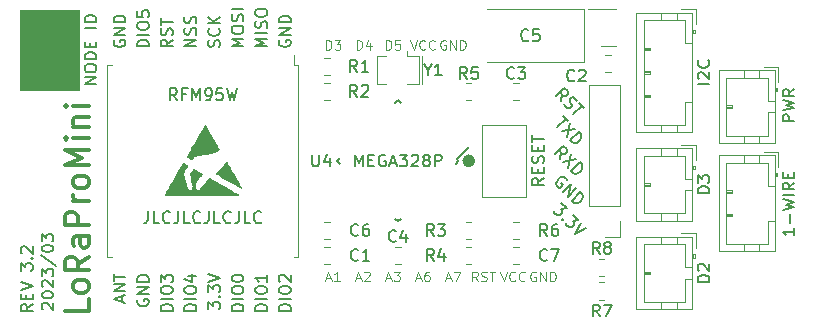
<source format=gbr>
%TF.GenerationSoftware,KiCad,Pcbnew,7.0.1*%
%TF.CreationDate,2023-03-20T19:36:53+01:00*%
%TF.ProjectId,LoRaProMini,4c6f5261-5072-46f4-9d69-6e692e6b6963,3.2*%
%TF.SameCoordinates,Original*%
%TF.FileFunction,Legend,Top*%
%TF.FilePolarity,Positive*%
%FSLAX46Y46*%
G04 Gerber Fmt 4.6, Leading zero omitted, Abs format (unit mm)*
G04 Created by KiCad (PCBNEW 7.0.1) date 2023-03-20 19:36:53*
%MOMM*%
%LPD*%
G01*
G04 APERTURE LIST*
%ADD10C,0.100000*%
%ADD11C,0.500000*%
%ADD12C,0.150000*%
%ADD13C,0.120000*%
%ADD14C,0.300000*%
%ADD15C,0.010000*%
G04 APERTURE END LIST*
D10*
X109940000Y-84690000D02*
X104940000Y-84690000D01*
X104940000Y-77890000D01*
X109940000Y-77890000D01*
X109940000Y-84690000D01*
G36*
X109940000Y-84690000D02*
G01*
X104940000Y-84690000D01*
X104940000Y-77890000D01*
X109940000Y-77890000D01*
X109940000Y-84690000D01*
G37*
D11*
X143240000Y-90690000D02*
G75*
G03*
X143240000Y-90690000I-300000J0D01*
G01*
D12*
X118225714Y-85552619D02*
X117892381Y-85076428D01*
X117654286Y-85552619D02*
X117654286Y-84552619D01*
X117654286Y-84552619D02*
X118035238Y-84552619D01*
X118035238Y-84552619D02*
X118130476Y-84600238D01*
X118130476Y-84600238D02*
X118178095Y-84647857D01*
X118178095Y-84647857D02*
X118225714Y-84743095D01*
X118225714Y-84743095D02*
X118225714Y-84885952D01*
X118225714Y-84885952D02*
X118178095Y-84981190D01*
X118178095Y-84981190D02*
X118130476Y-85028809D01*
X118130476Y-85028809D02*
X118035238Y-85076428D01*
X118035238Y-85076428D02*
X117654286Y-85076428D01*
X118987619Y-85028809D02*
X118654286Y-85028809D01*
X118654286Y-85552619D02*
X118654286Y-84552619D01*
X118654286Y-84552619D02*
X119130476Y-84552619D01*
X119511429Y-85552619D02*
X119511429Y-84552619D01*
X119511429Y-84552619D02*
X119844762Y-85266904D01*
X119844762Y-85266904D02*
X120178095Y-84552619D01*
X120178095Y-84552619D02*
X120178095Y-85552619D01*
X120701905Y-85552619D02*
X120892381Y-85552619D01*
X120892381Y-85552619D02*
X120987619Y-85505000D01*
X120987619Y-85505000D02*
X121035238Y-85457380D01*
X121035238Y-85457380D02*
X121130476Y-85314523D01*
X121130476Y-85314523D02*
X121178095Y-85124047D01*
X121178095Y-85124047D02*
X121178095Y-84743095D01*
X121178095Y-84743095D02*
X121130476Y-84647857D01*
X121130476Y-84647857D02*
X121082857Y-84600238D01*
X121082857Y-84600238D02*
X120987619Y-84552619D01*
X120987619Y-84552619D02*
X120797143Y-84552619D01*
X120797143Y-84552619D02*
X120701905Y-84600238D01*
X120701905Y-84600238D02*
X120654286Y-84647857D01*
X120654286Y-84647857D02*
X120606667Y-84743095D01*
X120606667Y-84743095D02*
X120606667Y-84981190D01*
X120606667Y-84981190D02*
X120654286Y-85076428D01*
X120654286Y-85076428D02*
X120701905Y-85124047D01*
X120701905Y-85124047D02*
X120797143Y-85171666D01*
X120797143Y-85171666D02*
X120987619Y-85171666D01*
X120987619Y-85171666D02*
X121082857Y-85124047D01*
X121082857Y-85124047D02*
X121130476Y-85076428D01*
X121130476Y-85076428D02*
X121178095Y-84981190D01*
X122082857Y-84552619D02*
X121606667Y-84552619D01*
X121606667Y-84552619D02*
X121559048Y-85028809D01*
X121559048Y-85028809D02*
X121606667Y-84981190D01*
X121606667Y-84981190D02*
X121701905Y-84933571D01*
X121701905Y-84933571D02*
X121940000Y-84933571D01*
X121940000Y-84933571D02*
X122035238Y-84981190D01*
X122035238Y-84981190D02*
X122082857Y-85028809D01*
X122082857Y-85028809D02*
X122130476Y-85124047D01*
X122130476Y-85124047D02*
X122130476Y-85362142D01*
X122130476Y-85362142D02*
X122082857Y-85457380D01*
X122082857Y-85457380D02*
X122035238Y-85505000D01*
X122035238Y-85505000D02*
X121940000Y-85552619D01*
X121940000Y-85552619D02*
X121701905Y-85552619D01*
X121701905Y-85552619D02*
X121606667Y-85505000D01*
X121606667Y-85505000D02*
X121559048Y-85457380D01*
X122463810Y-84552619D02*
X122701905Y-85552619D01*
X122701905Y-85552619D02*
X122892381Y-84838333D01*
X122892381Y-84838333D02*
X123082857Y-85552619D01*
X123082857Y-85552619D02*
X123320953Y-84552619D01*
X150776161Y-94266190D02*
X151213894Y-94703923D01*
X151213894Y-94703923D02*
X150708818Y-94737594D01*
X150708818Y-94737594D02*
X150809833Y-94838610D01*
X150809833Y-94838610D02*
X150843505Y-94939625D01*
X150843505Y-94939625D02*
X150843505Y-95006968D01*
X150843505Y-95006968D02*
X150809833Y-95107984D01*
X150809833Y-95107984D02*
X150641474Y-95276342D01*
X150641474Y-95276342D02*
X150540459Y-95310014D01*
X150540459Y-95310014D02*
X150473116Y-95310014D01*
X150473116Y-95310014D02*
X150372100Y-95276342D01*
X150372100Y-95276342D02*
X150170070Y-95074312D01*
X150170070Y-95074312D02*
X150136398Y-94973297D01*
X150136398Y-94973297D02*
X150136398Y-94905953D01*
X150877177Y-95646732D02*
X150877177Y-95714075D01*
X150877177Y-95714075D02*
X150809833Y-95714075D01*
X150809833Y-95714075D02*
X150809833Y-95646732D01*
X150809833Y-95646732D02*
X150877177Y-95646732D01*
X150877177Y-95646732D02*
X150809833Y-95714075D01*
X151786314Y-95276342D02*
X152224046Y-95714075D01*
X152224046Y-95714075D02*
X151718970Y-95747747D01*
X151718970Y-95747747D02*
X151819985Y-95848762D01*
X151819985Y-95848762D02*
X151853657Y-95949777D01*
X151853657Y-95949777D02*
X151853657Y-96017121D01*
X151853657Y-96017121D02*
X151819985Y-96118136D01*
X151819985Y-96118136D02*
X151651627Y-96286495D01*
X151651627Y-96286495D02*
X151550611Y-96320166D01*
X151550611Y-96320166D02*
X151483268Y-96320166D01*
X151483268Y-96320166D02*
X151382253Y-96286495D01*
X151382253Y-96286495D02*
X151180222Y-96084464D01*
X151180222Y-96084464D02*
X151146550Y-95983449D01*
X151146550Y-95983449D02*
X151146550Y-95916105D01*
X152426077Y-95916105D02*
X151954672Y-96858915D01*
X151954672Y-96858915D02*
X152897481Y-96387510D01*
X151247566Y-92304938D02*
X151213894Y-92203923D01*
X151213894Y-92203923D02*
X151112879Y-92102907D01*
X151112879Y-92102907D02*
X150978192Y-92035564D01*
X150978192Y-92035564D02*
X150843505Y-92035564D01*
X150843505Y-92035564D02*
X150742490Y-92069236D01*
X150742490Y-92069236D02*
X150574131Y-92170251D01*
X150574131Y-92170251D02*
X150473116Y-92271266D01*
X150473116Y-92271266D02*
X150372100Y-92439625D01*
X150372100Y-92439625D02*
X150338429Y-92540640D01*
X150338429Y-92540640D02*
X150338429Y-92675327D01*
X150338429Y-92675327D02*
X150405772Y-92810014D01*
X150405772Y-92810014D02*
X150473116Y-92877358D01*
X150473116Y-92877358D02*
X150607803Y-92944701D01*
X150607803Y-92944701D02*
X150675146Y-92944701D01*
X150675146Y-92944701D02*
X150910848Y-92708999D01*
X150910848Y-92708999D02*
X150776161Y-92574312D01*
X150910848Y-93315090D02*
X151617955Y-92607984D01*
X151617955Y-92607984D02*
X151314909Y-93719151D01*
X151314909Y-93719151D02*
X152022016Y-93012045D01*
X151651627Y-94055869D02*
X152358734Y-93348762D01*
X152358734Y-93348762D02*
X152527092Y-93517121D01*
X152527092Y-93517121D02*
X152594436Y-93651808D01*
X152594436Y-93651808D02*
X152594436Y-93786495D01*
X152594436Y-93786495D02*
X152560764Y-93887510D01*
X152560764Y-93887510D02*
X152459749Y-94055869D01*
X152459749Y-94055869D02*
X152358734Y-94156884D01*
X152358734Y-94156884D02*
X152190375Y-94257899D01*
X152190375Y-94257899D02*
X152089360Y-94291571D01*
X152089360Y-94291571D02*
X151954673Y-94291571D01*
X151954673Y-94291571D02*
X151819986Y-94224228D01*
X151819986Y-94224228D02*
X151651627Y-94055869D01*
X150641474Y-90545716D02*
X150742490Y-89973297D01*
X150237413Y-90141655D02*
X150944520Y-89434549D01*
X150944520Y-89434549D02*
X151213894Y-89703923D01*
X151213894Y-89703923D02*
X151247566Y-89804938D01*
X151247566Y-89804938D02*
X151247566Y-89872281D01*
X151247566Y-89872281D02*
X151213894Y-89973297D01*
X151213894Y-89973297D02*
X151112879Y-90074312D01*
X151112879Y-90074312D02*
X151011864Y-90107984D01*
X151011864Y-90107984D02*
X150944520Y-90107984D01*
X150944520Y-90107984D02*
X150843505Y-90074312D01*
X150843505Y-90074312D02*
X150574131Y-89804938D01*
X151584283Y-90074312D02*
X151348581Y-91252823D01*
X152055688Y-90545716D02*
X150877177Y-90781419D01*
X151617955Y-91522197D02*
X152325062Y-90815090D01*
X152325062Y-90815090D02*
X152493421Y-90983449D01*
X152493421Y-90983449D02*
X152560764Y-91118136D01*
X152560764Y-91118136D02*
X152560764Y-91252823D01*
X152560764Y-91252823D02*
X152527092Y-91353838D01*
X152527092Y-91353838D02*
X152426077Y-91522197D01*
X152426077Y-91522197D02*
X152325062Y-91623212D01*
X152325062Y-91623212D02*
X152156703Y-91724228D01*
X152156703Y-91724228D02*
X152055688Y-91757899D01*
X152055688Y-91757899D02*
X151921001Y-91757899D01*
X151921001Y-91757899D02*
X151786314Y-91690556D01*
X151786314Y-91690556D02*
X151617955Y-91522197D01*
X150927684Y-86917712D02*
X151331745Y-87321773D01*
X150422607Y-87826850D02*
X151129714Y-87119743D01*
X151500104Y-87490132D02*
X151264401Y-88668644D01*
X151971508Y-87961537D02*
X150792997Y-88197239D01*
X151533775Y-88938018D02*
X152240882Y-88230911D01*
X152240882Y-88230911D02*
X152409241Y-88399270D01*
X152409241Y-88399270D02*
X152476584Y-88533957D01*
X152476584Y-88533957D02*
X152476584Y-88668644D01*
X152476584Y-88668644D02*
X152442913Y-88769659D01*
X152442913Y-88769659D02*
X152341897Y-88938018D01*
X152341897Y-88938018D02*
X152240882Y-89039033D01*
X152240882Y-89039033D02*
X152072523Y-89140048D01*
X152072523Y-89140048D02*
X151971508Y-89173720D01*
X151971508Y-89173720D02*
X151836821Y-89173720D01*
X151836821Y-89173720D02*
X151702134Y-89106376D01*
X151702134Y-89106376D02*
X151533775Y-88938018D01*
X170502619Y-87323332D02*
X169502619Y-87323332D01*
X169502619Y-87323332D02*
X169502619Y-86942380D01*
X169502619Y-86942380D02*
X169550238Y-86847142D01*
X169550238Y-86847142D02*
X169597857Y-86799523D01*
X169597857Y-86799523D02*
X169693095Y-86751904D01*
X169693095Y-86751904D02*
X169835952Y-86751904D01*
X169835952Y-86751904D02*
X169931190Y-86799523D01*
X169931190Y-86799523D02*
X169978809Y-86847142D01*
X169978809Y-86847142D02*
X170026428Y-86942380D01*
X170026428Y-86942380D02*
X170026428Y-87323332D01*
X169502619Y-86418570D02*
X170502619Y-86180475D01*
X170502619Y-86180475D02*
X169788333Y-85989999D01*
X169788333Y-85989999D02*
X170502619Y-85799523D01*
X170502619Y-85799523D02*
X169502619Y-85561428D01*
X170502619Y-84609047D02*
X170026428Y-84942380D01*
X170502619Y-85180475D02*
X169502619Y-85180475D01*
X169502619Y-85180475D02*
X169502619Y-84799523D01*
X169502619Y-84799523D02*
X169550238Y-84704285D01*
X169550238Y-84704285D02*
X169597857Y-84656666D01*
X169597857Y-84656666D02*
X169693095Y-84609047D01*
X169693095Y-84609047D02*
X169835952Y-84609047D01*
X169835952Y-84609047D02*
X169931190Y-84656666D01*
X169931190Y-84656666D02*
X169978809Y-84704285D01*
X169978809Y-84704285D02*
X170026428Y-84799523D01*
X170026428Y-84799523D02*
X170026428Y-85180475D01*
X150725653Y-85629895D02*
X150826668Y-85057476D01*
X150321592Y-85225834D02*
X151028699Y-84518728D01*
X151028699Y-84518728D02*
X151298073Y-84788102D01*
X151298073Y-84788102D02*
X151331745Y-84889117D01*
X151331745Y-84889117D02*
X151331745Y-84956460D01*
X151331745Y-84956460D02*
X151298073Y-85057476D01*
X151298073Y-85057476D02*
X151197058Y-85158491D01*
X151197058Y-85158491D02*
X151096042Y-85192163D01*
X151096042Y-85192163D02*
X151028699Y-85192163D01*
X151028699Y-85192163D02*
X150927684Y-85158491D01*
X150927684Y-85158491D02*
X150658310Y-84889117D01*
X151028699Y-85865598D02*
X151096042Y-86000285D01*
X151096042Y-86000285D02*
X151264401Y-86168643D01*
X151264401Y-86168643D02*
X151365416Y-86202315D01*
X151365416Y-86202315D02*
X151432760Y-86202315D01*
X151432760Y-86202315D02*
X151533775Y-86168643D01*
X151533775Y-86168643D02*
X151601119Y-86101300D01*
X151601119Y-86101300D02*
X151634790Y-86000285D01*
X151634790Y-86000285D02*
X151634790Y-85932941D01*
X151634790Y-85932941D02*
X151601119Y-85831926D01*
X151601119Y-85831926D02*
X151500103Y-85663567D01*
X151500103Y-85663567D02*
X151466432Y-85562552D01*
X151466432Y-85562552D02*
X151466432Y-85495208D01*
X151466432Y-85495208D02*
X151500103Y-85394193D01*
X151500103Y-85394193D02*
X151567447Y-85326850D01*
X151567447Y-85326850D02*
X151668462Y-85293178D01*
X151668462Y-85293178D02*
X151735806Y-85293178D01*
X151735806Y-85293178D02*
X151836821Y-85326850D01*
X151836821Y-85326850D02*
X152005180Y-85495208D01*
X152005180Y-85495208D02*
X152072523Y-85629895D01*
X152308226Y-85798254D02*
X152712287Y-86202315D01*
X151803149Y-86707391D02*
X152510256Y-86000285D01*
X170502619Y-96385237D02*
X170502619Y-96956665D01*
X170502619Y-96670951D02*
X169502619Y-96670951D01*
X169502619Y-96670951D02*
X169645476Y-96766189D01*
X169645476Y-96766189D02*
X169740714Y-96861427D01*
X169740714Y-96861427D02*
X169788333Y-96956665D01*
X170121666Y-95956665D02*
X170121666Y-95194761D01*
X169502619Y-94813808D02*
X170502619Y-94575713D01*
X170502619Y-94575713D02*
X169788333Y-94385237D01*
X169788333Y-94385237D02*
X170502619Y-94194761D01*
X170502619Y-94194761D02*
X169502619Y-93956666D01*
X170502619Y-93575713D02*
X169502619Y-93575713D01*
X170502619Y-92528095D02*
X170026428Y-92861428D01*
X170502619Y-93099523D02*
X169502619Y-93099523D01*
X169502619Y-93099523D02*
X169502619Y-92718571D01*
X169502619Y-92718571D02*
X169550238Y-92623333D01*
X169550238Y-92623333D02*
X169597857Y-92575714D01*
X169597857Y-92575714D02*
X169693095Y-92528095D01*
X169693095Y-92528095D02*
X169835952Y-92528095D01*
X169835952Y-92528095D02*
X169931190Y-92575714D01*
X169931190Y-92575714D02*
X169978809Y-92623333D01*
X169978809Y-92623333D02*
X170026428Y-92718571D01*
X170026428Y-92718571D02*
X170026428Y-93099523D01*
X169978809Y-92099523D02*
X169978809Y-91766190D01*
X170502619Y-91623333D02*
X170502619Y-92099523D01*
X170502619Y-92099523D02*
X169502619Y-92099523D01*
X169502619Y-92099523D02*
X169502619Y-91623333D01*
X163302619Y-84166190D02*
X162302619Y-84166190D01*
X162397857Y-83737619D02*
X162350238Y-83690000D01*
X162350238Y-83690000D02*
X162302619Y-83594762D01*
X162302619Y-83594762D02*
X162302619Y-83356667D01*
X162302619Y-83356667D02*
X162350238Y-83261429D01*
X162350238Y-83261429D02*
X162397857Y-83213810D01*
X162397857Y-83213810D02*
X162493095Y-83166191D01*
X162493095Y-83166191D02*
X162588333Y-83166191D01*
X162588333Y-83166191D02*
X162731190Y-83213810D01*
X162731190Y-83213810D02*
X163302619Y-83785238D01*
X163302619Y-83785238D02*
X163302619Y-83166191D01*
X163207380Y-82166191D02*
X163255000Y-82213810D01*
X163255000Y-82213810D02*
X163302619Y-82356667D01*
X163302619Y-82356667D02*
X163302619Y-82451905D01*
X163302619Y-82451905D02*
X163255000Y-82594762D01*
X163255000Y-82594762D02*
X163159761Y-82690000D01*
X163159761Y-82690000D02*
X163064523Y-82737619D01*
X163064523Y-82737619D02*
X162874047Y-82785238D01*
X162874047Y-82785238D02*
X162731190Y-82785238D01*
X162731190Y-82785238D02*
X162540714Y-82737619D01*
X162540714Y-82737619D02*
X162445476Y-82690000D01*
X162445476Y-82690000D02*
X162350238Y-82594762D01*
X162350238Y-82594762D02*
X162302619Y-82451905D01*
X162302619Y-82451905D02*
X162302619Y-82356667D01*
X162302619Y-82356667D02*
X162350238Y-82213810D01*
X162350238Y-82213810D02*
X162397857Y-82166191D01*
X163302619Y-93428095D02*
X162302619Y-93428095D01*
X162302619Y-93428095D02*
X162302619Y-93190000D01*
X162302619Y-93190000D02*
X162350238Y-93047143D01*
X162350238Y-93047143D02*
X162445476Y-92951905D01*
X162445476Y-92951905D02*
X162540714Y-92904286D01*
X162540714Y-92904286D02*
X162731190Y-92856667D01*
X162731190Y-92856667D02*
X162874047Y-92856667D01*
X162874047Y-92856667D02*
X163064523Y-92904286D01*
X163064523Y-92904286D02*
X163159761Y-92951905D01*
X163159761Y-92951905D02*
X163255000Y-93047143D01*
X163255000Y-93047143D02*
X163302619Y-93190000D01*
X163302619Y-93190000D02*
X163302619Y-93428095D01*
X162302619Y-92523333D02*
X162302619Y-91904286D01*
X162302619Y-91904286D02*
X162683571Y-92237619D01*
X162683571Y-92237619D02*
X162683571Y-92094762D01*
X162683571Y-92094762D02*
X162731190Y-91999524D01*
X162731190Y-91999524D02*
X162778809Y-91951905D01*
X162778809Y-91951905D02*
X162874047Y-91904286D01*
X162874047Y-91904286D02*
X163112142Y-91904286D01*
X163112142Y-91904286D02*
X163207380Y-91951905D01*
X163207380Y-91951905D02*
X163255000Y-91999524D01*
X163255000Y-91999524D02*
X163302619Y-92094762D01*
X163302619Y-92094762D02*
X163302619Y-92380476D01*
X163302619Y-92380476D02*
X163255000Y-92475714D01*
X163255000Y-92475714D02*
X163207380Y-92523333D01*
X163302619Y-100928095D02*
X162302619Y-100928095D01*
X162302619Y-100928095D02*
X162302619Y-100690000D01*
X162302619Y-100690000D02*
X162350238Y-100547143D01*
X162350238Y-100547143D02*
X162445476Y-100451905D01*
X162445476Y-100451905D02*
X162540714Y-100404286D01*
X162540714Y-100404286D02*
X162731190Y-100356667D01*
X162731190Y-100356667D02*
X162874047Y-100356667D01*
X162874047Y-100356667D02*
X163064523Y-100404286D01*
X163064523Y-100404286D02*
X163159761Y-100451905D01*
X163159761Y-100451905D02*
X163255000Y-100547143D01*
X163255000Y-100547143D02*
X163302619Y-100690000D01*
X163302619Y-100690000D02*
X163302619Y-100928095D01*
X162397857Y-99975714D02*
X162350238Y-99928095D01*
X162350238Y-99928095D02*
X162302619Y-99832857D01*
X162302619Y-99832857D02*
X162302619Y-99594762D01*
X162302619Y-99594762D02*
X162350238Y-99499524D01*
X162350238Y-99499524D02*
X162397857Y-99451905D01*
X162397857Y-99451905D02*
X162493095Y-99404286D01*
X162493095Y-99404286D02*
X162588333Y-99404286D01*
X162588333Y-99404286D02*
X162731190Y-99451905D01*
X162731190Y-99451905D02*
X163302619Y-100023333D01*
X163302619Y-100023333D02*
X163302619Y-99404286D01*
X149302619Y-92142381D02*
X148826428Y-92475714D01*
X149302619Y-92713809D02*
X148302619Y-92713809D01*
X148302619Y-92713809D02*
X148302619Y-92332857D01*
X148302619Y-92332857D02*
X148350238Y-92237619D01*
X148350238Y-92237619D02*
X148397857Y-92190000D01*
X148397857Y-92190000D02*
X148493095Y-92142381D01*
X148493095Y-92142381D02*
X148635952Y-92142381D01*
X148635952Y-92142381D02*
X148731190Y-92190000D01*
X148731190Y-92190000D02*
X148778809Y-92237619D01*
X148778809Y-92237619D02*
X148826428Y-92332857D01*
X148826428Y-92332857D02*
X148826428Y-92713809D01*
X148778809Y-91713809D02*
X148778809Y-91380476D01*
X149302619Y-91237619D02*
X149302619Y-91713809D01*
X149302619Y-91713809D02*
X148302619Y-91713809D01*
X148302619Y-91713809D02*
X148302619Y-91237619D01*
X149255000Y-90856666D02*
X149302619Y-90713809D01*
X149302619Y-90713809D02*
X149302619Y-90475714D01*
X149302619Y-90475714D02*
X149255000Y-90380476D01*
X149255000Y-90380476D02*
X149207380Y-90332857D01*
X149207380Y-90332857D02*
X149112142Y-90285238D01*
X149112142Y-90285238D02*
X149016904Y-90285238D01*
X149016904Y-90285238D02*
X148921666Y-90332857D01*
X148921666Y-90332857D02*
X148874047Y-90380476D01*
X148874047Y-90380476D02*
X148826428Y-90475714D01*
X148826428Y-90475714D02*
X148778809Y-90666190D01*
X148778809Y-90666190D02*
X148731190Y-90761428D01*
X148731190Y-90761428D02*
X148683571Y-90809047D01*
X148683571Y-90809047D02*
X148588333Y-90856666D01*
X148588333Y-90856666D02*
X148493095Y-90856666D01*
X148493095Y-90856666D02*
X148397857Y-90809047D01*
X148397857Y-90809047D02*
X148350238Y-90761428D01*
X148350238Y-90761428D02*
X148302619Y-90666190D01*
X148302619Y-90666190D02*
X148302619Y-90428095D01*
X148302619Y-90428095D02*
X148350238Y-90285238D01*
X148778809Y-89856666D02*
X148778809Y-89523333D01*
X149302619Y-89380476D02*
X149302619Y-89856666D01*
X149302619Y-89856666D02*
X148302619Y-89856666D01*
X148302619Y-89856666D02*
X148302619Y-89380476D01*
X148302619Y-89094761D02*
X148302619Y-88523333D01*
X149302619Y-88809047D02*
X148302619Y-88809047D01*
X133297143Y-91152619D02*
X133297143Y-90152619D01*
X133297143Y-90152619D02*
X133630476Y-90866904D01*
X133630476Y-90866904D02*
X133963809Y-90152619D01*
X133963809Y-90152619D02*
X133963809Y-91152619D01*
X134440000Y-90628809D02*
X134773333Y-90628809D01*
X134916190Y-91152619D02*
X134440000Y-91152619D01*
X134440000Y-91152619D02*
X134440000Y-90152619D01*
X134440000Y-90152619D02*
X134916190Y-90152619D01*
X135868571Y-90200238D02*
X135773333Y-90152619D01*
X135773333Y-90152619D02*
X135630476Y-90152619D01*
X135630476Y-90152619D02*
X135487619Y-90200238D01*
X135487619Y-90200238D02*
X135392381Y-90295476D01*
X135392381Y-90295476D02*
X135344762Y-90390714D01*
X135344762Y-90390714D02*
X135297143Y-90581190D01*
X135297143Y-90581190D02*
X135297143Y-90724047D01*
X135297143Y-90724047D02*
X135344762Y-90914523D01*
X135344762Y-90914523D02*
X135392381Y-91009761D01*
X135392381Y-91009761D02*
X135487619Y-91105000D01*
X135487619Y-91105000D02*
X135630476Y-91152619D01*
X135630476Y-91152619D02*
X135725714Y-91152619D01*
X135725714Y-91152619D02*
X135868571Y-91105000D01*
X135868571Y-91105000D02*
X135916190Y-91057380D01*
X135916190Y-91057380D02*
X135916190Y-90724047D01*
X135916190Y-90724047D02*
X135725714Y-90724047D01*
X136297143Y-90866904D02*
X136773333Y-90866904D01*
X136201905Y-91152619D02*
X136535238Y-90152619D01*
X136535238Y-90152619D02*
X136868571Y-91152619D01*
X137106667Y-90152619D02*
X137725714Y-90152619D01*
X137725714Y-90152619D02*
X137392381Y-90533571D01*
X137392381Y-90533571D02*
X137535238Y-90533571D01*
X137535238Y-90533571D02*
X137630476Y-90581190D01*
X137630476Y-90581190D02*
X137678095Y-90628809D01*
X137678095Y-90628809D02*
X137725714Y-90724047D01*
X137725714Y-90724047D02*
X137725714Y-90962142D01*
X137725714Y-90962142D02*
X137678095Y-91057380D01*
X137678095Y-91057380D02*
X137630476Y-91105000D01*
X137630476Y-91105000D02*
X137535238Y-91152619D01*
X137535238Y-91152619D02*
X137249524Y-91152619D01*
X137249524Y-91152619D02*
X137154286Y-91105000D01*
X137154286Y-91105000D02*
X137106667Y-91057380D01*
X138106667Y-90247857D02*
X138154286Y-90200238D01*
X138154286Y-90200238D02*
X138249524Y-90152619D01*
X138249524Y-90152619D02*
X138487619Y-90152619D01*
X138487619Y-90152619D02*
X138582857Y-90200238D01*
X138582857Y-90200238D02*
X138630476Y-90247857D01*
X138630476Y-90247857D02*
X138678095Y-90343095D01*
X138678095Y-90343095D02*
X138678095Y-90438333D01*
X138678095Y-90438333D02*
X138630476Y-90581190D01*
X138630476Y-90581190D02*
X138059048Y-91152619D01*
X138059048Y-91152619D02*
X138678095Y-91152619D01*
X139249524Y-90581190D02*
X139154286Y-90533571D01*
X139154286Y-90533571D02*
X139106667Y-90485952D01*
X139106667Y-90485952D02*
X139059048Y-90390714D01*
X139059048Y-90390714D02*
X139059048Y-90343095D01*
X139059048Y-90343095D02*
X139106667Y-90247857D01*
X139106667Y-90247857D02*
X139154286Y-90200238D01*
X139154286Y-90200238D02*
X139249524Y-90152619D01*
X139249524Y-90152619D02*
X139440000Y-90152619D01*
X139440000Y-90152619D02*
X139535238Y-90200238D01*
X139535238Y-90200238D02*
X139582857Y-90247857D01*
X139582857Y-90247857D02*
X139630476Y-90343095D01*
X139630476Y-90343095D02*
X139630476Y-90390714D01*
X139630476Y-90390714D02*
X139582857Y-90485952D01*
X139582857Y-90485952D02*
X139535238Y-90533571D01*
X139535238Y-90533571D02*
X139440000Y-90581190D01*
X139440000Y-90581190D02*
X139249524Y-90581190D01*
X139249524Y-90581190D02*
X139154286Y-90628809D01*
X139154286Y-90628809D02*
X139106667Y-90676428D01*
X139106667Y-90676428D02*
X139059048Y-90771666D01*
X139059048Y-90771666D02*
X139059048Y-90962142D01*
X139059048Y-90962142D02*
X139106667Y-91057380D01*
X139106667Y-91057380D02*
X139154286Y-91105000D01*
X139154286Y-91105000D02*
X139249524Y-91152619D01*
X139249524Y-91152619D02*
X139440000Y-91152619D01*
X139440000Y-91152619D02*
X139535238Y-91105000D01*
X139535238Y-91105000D02*
X139582857Y-91057380D01*
X139582857Y-91057380D02*
X139630476Y-90962142D01*
X139630476Y-90962142D02*
X139630476Y-90771666D01*
X139630476Y-90771666D02*
X139582857Y-90676428D01*
X139582857Y-90676428D02*
X139535238Y-90628809D01*
X139535238Y-90628809D02*
X139440000Y-90581190D01*
X140059048Y-91152619D02*
X140059048Y-90152619D01*
X140059048Y-90152619D02*
X140440000Y-90152619D01*
X140440000Y-90152619D02*
X140535238Y-90200238D01*
X140535238Y-90200238D02*
X140582857Y-90247857D01*
X140582857Y-90247857D02*
X140630476Y-90343095D01*
X140630476Y-90343095D02*
X140630476Y-90485952D01*
X140630476Y-90485952D02*
X140582857Y-90581190D01*
X140582857Y-90581190D02*
X140535238Y-90628809D01*
X140535238Y-90628809D02*
X140440000Y-90676428D01*
X140440000Y-90676428D02*
X140059048Y-90676428D01*
D13*
X133449524Y-81260095D02*
X133449524Y-80460095D01*
X133449524Y-80460095D02*
X133640000Y-80460095D01*
X133640000Y-80460095D02*
X133754286Y-80498190D01*
X133754286Y-80498190D02*
X133830476Y-80574380D01*
X133830476Y-80574380D02*
X133868571Y-80650571D01*
X133868571Y-80650571D02*
X133906667Y-80802952D01*
X133906667Y-80802952D02*
X133906667Y-80917238D01*
X133906667Y-80917238D02*
X133868571Y-81069619D01*
X133868571Y-81069619D02*
X133830476Y-81145809D01*
X133830476Y-81145809D02*
X133754286Y-81222000D01*
X133754286Y-81222000D02*
X133640000Y-81260095D01*
X133640000Y-81260095D02*
X133449524Y-81260095D01*
X134592381Y-80726761D02*
X134592381Y-81260095D01*
X134401905Y-80422000D02*
X134211428Y-80993428D01*
X134211428Y-80993428D02*
X134706667Y-80993428D01*
X135929524Y-81260095D02*
X135929524Y-80460095D01*
X135929524Y-80460095D02*
X136120000Y-80460095D01*
X136120000Y-80460095D02*
X136234286Y-80498190D01*
X136234286Y-80498190D02*
X136310476Y-80574380D01*
X136310476Y-80574380D02*
X136348571Y-80650571D01*
X136348571Y-80650571D02*
X136386667Y-80802952D01*
X136386667Y-80802952D02*
X136386667Y-80917238D01*
X136386667Y-80917238D02*
X136348571Y-81069619D01*
X136348571Y-81069619D02*
X136310476Y-81145809D01*
X136310476Y-81145809D02*
X136234286Y-81222000D01*
X136234286Y-81222000D02*
X136120000Y-81260095D01*
X136120000Y-81260095D02*
X135929524Y-81260095D01*
X137110476Y-80460095D02*
X136729524Y-80460095D01*
X136729524Y-80460095D02*
X136691428Y-80841047D01*
X136691428Y-80841047D02*
X136729524Y-80802952D01*
X136729524Y-80802952D02*
X136805714Y-80764857D01*
X136805714Y-80764857D02*
X136996190Y-80764857D01*
X136996190Y-80764857D02*
X137072381Y-80802952D01*
X137072381Y-80802952D02*
X137110476Y-80841047D01*
X137110476Y-80841047D02*
X137148571Y-80917238D01*
X137148571Y-80917238D02*
X137148571Y-81107714D01*
X137148571Y-81107714D02*
X137110476Y-81183904D01*
X137110476Y-81183904D02*
X137072381Y-81222000D01*
X137072381Y-81222000D02*
X136996190Y-81260095D01*
X136996190Y-81260095D02*
X136805714Y-81260095D01*
X136805714Y-81260095D02*
X136729524Y-81222000D01*
X136729524Y-81222000D02*
X136691428Y-81183904D01*
X137993333Y-80460095D02*
X138260000Y-81260095D01*
X138260000Y-81260095D02*
X138526666Y-80460095D01*
X139250476Y-81183904D02*
X139212380Y-81222000D01*
X139212380Y-81222000D02*
X139098095Y-81260095D01*
X139098095Y-81260095D02*
X139021904Y-81260095D01*
X139021904Y-81260095D02*
X138907618Y-81222000D01*
X138907618Y-81222000D02*
X138831428Y-81145809D01*
X138831428Y-81145809D02*
X138793333Y-81069619D01*
X138793333Y-81069619D02*
X138755237Y-80917238D01*
X138755237Y-80917238D02*
X138755237Y-80802952D01*
X138755237Y-80802952D02*
X138793333Y-80650571D01*
X138793333Y-80650571D02*
X138831428Y-80574380D01*
X138831428Y-80574380D02*
X138907618Y-80498190D01*
X138907618Y-80498190D02*
X139021904Y-80460095D01*
X139021904Y-80460095D02*
X139098095Y-80460095D01*
X139098095Y-80460095D02*
X139212380Y-80498190D01*
X139212380Y-80498190D02*
X139250476Y-80536285D01*
X140050476Y-81183904D02*
X140012380Y-81222000D01*
X140012380Y-81222000D02*
X139898095Y-81260095D01*
X139898095Y-81260095D02*
X139821904Y-81260095D01*
X139821904Y-81260095D02*
X139707618Y-81222000D01*
X139707618Y-81222000D02*
X139631428Y-81145809D01*
X139631428Y-81145809D02*
X139593333Y-81069619D01*
X139593333Y-81069619D02*
X139555237Y-80917238D01*
X139555237Y-80917238D02*
X139555237Y-80802952D01*
X139555237Y-80802952D02*
X139593333Y-80650571D01*
X139593333Y-80650571D02*
X139631428Y-80574380D01*
X139631428Y-80574380D02*
X139707618Y-80498190D01*
X139707618Y-80498190D02*
X139821904Y-80460095D01*
X139821904Y-80460095D02*
X139898095Y-80460095D01*
X139898095Y-80460095D02*
X140012380Y-80498190D01*
X140012380Y-80498190D02*
X140050476Y-80536285D01*
X140990476Y-80498190D02*
X140914286Y-80460095D01*
X140914286Y-80460095D02*
X140800000Y-80460095D01*
X140800000Y-80460095D02*
X140685714Y-80498190D01*
X140685714Y-80498190D02*
X140609524Y-80574380D01*
X140609524Y-80574380D02*
X140571429Y-80650571D01*
X140571429Y-80650571D02*
X140533333Y-80802952D01*
X140533333Y-80802952D02*
X140533333Y-80917238D01*
X140533333Y-80917238D02*
X140571429Y-81069619D01*
X140571429Y-81069619D02*
X140609524Y-81145809D01*
X140609524Y-81145809D02*
X140685714Y-81222000D01*
X140685714Y-81222000D02*
X140800000Y-81260095D01*
X140800000Y-81260095D02*
X140876191Y-81260095D01*
X140876191Y-81260095D02*
X140990476Y-81222000D01*
X140990476Y-81222000D02*
X141028572Y-81183904D01*
X141028572Y-81183904D02*
X141028572Y-80917238D01*
X141028572Y-80917238D02*
X140876191Y-80917238D01*
X141371429Y-81260095D02*
X141371429Y-80460095D01*
X141371429Y-80460095D02*
X141828572Y-81260095D01*
X141828572Y-81260095D02*
X141828572Y-80460095D01*
X142209524Y-81260095D02*
X142209524Y-80460095D01*
X142209524Y-80460095D02*
X142400000Y-80460095D01*
X142400000Y-80460095D02*
X142514286Y-80498190D01*
X142514286Y-80498190D02*
X142590476Y-80574380D01*
X142590476Y-80574380D02*
X142628571Y-80650571D01*
X142628571Y-80650571D02*
X142666667Y-80802952D01*
X142666667Y-80802952D02*
X142666667Y-80917238D01*
X142666667Y-80917238D02*
X142628571Y-81069619D01*
X142628571Y-81069619D02*
X142590476Y-81145809D01*
X142590476Y-81145809D02*
X142514286Y-81222000D01*
X142514286Y-81222000D02*
X142400000Y-81260095D01*
X142400000Y-81260095D02*
X142209524Y-81260095D01*
X130868571Y-100631523D02*
X131249524Y-100631523D01*
X130792381Y-100860095D02*
X131059048Y-100060095D01*
X131059048Y-100060095D02*
X131325714Y-100860095D01*
X132011428Y-100860095D02*
X131554285Y-100860095D01*
X131782857Y-100860095D02*
X131782857Y-100060095D01*
X131782857Y-100060095D02*
X131706666Y-100174380D01*
X131706666Y-100174380D02*
X131630476Y-100250571D01*
X131630476Y-100250571D02*
X131554285Y-100288666D01*
X130849524Y-81260095D02*
X130849524Y-80460095D01*
X130849524Y-80460095D02*
X131040000Y-80460095D01*
X131040000Y-80460095D02*
X131154286Y-80498190D01*
X131154286Y-80498190D02*
X131230476Y-80574380D01*
X131230476Y-80574380D02*
X131268571Y-80650571D01*
X131268571Y-80650571D02*
X131306667Y-80802952D01*
X131306667Y-80802952D02*
X131306667Y-80917238D01*
X131306667Y-80917238D02*
X131268571Y-81069619D01*
X131268571Y-81069619D02*
X131230476Y-81145809D01*
X131230476Y-81145809D02*
X131154286Y-81222000D01*
X131154286Y-81222000D02*
X131040000Y-81260095D01*
X131040000Y-81260095D02*
X130849524Y-81260095D01*
X131573333Y-80460095D02*
X132068571Y-80460095D01*
X132068571Y-80460095D02*
X131801905Y-80764857D01*
X131801905Y-80764857D02*
X131916190Y-80764857D01*
X131916190Y-80764857D02*
X131992381Y-80802952D01*
X131992381Y-80802952D02*
X132030476Y-80841047D01*
X132030476Y-80841047D02*
X132068571Y-80917238D01*
X132068571Y-80917238D02*
X132068571Y-81107714D01*
X132068571Y-81107714D02*
X132030476Y-81183904D01*
X132030476Y-81183904D02*
X131992381Y-81222000D01*
X131992381Y-81222000D02*
X131916190Y-81260095D01*
X131916190Y-81260095D02*
X131687619Y-81260095D01*
X131687619Y-81260095D02*
X131611428Y-81222000D01*
X131611428Y-81222000D02*
X131573333Y-81183904D01*
X133408571Y-100631523D02*
X133789524Y-100631523D01*
X133332381Y-100860095D02*
X133599048Y-100060095D01*
X133599048Y-100060095D02*
X133865714Y-100860095D01*
X134094285Y-100136285D02*
X134132381Y-100098190D01*
X134132381Y-100098190D02*
X134208571Y-100060095D01*
X134208571Y-100060095D02*
X134399047Y-100060095D01*
X134399047Y-100060095D02*
X134475238Y-100098190D01*
X134475238Y-100098190D02*
X134513333Y-100136285D01*
X134513333Y-100136285D02*
X134551428Y-100212476D01*
X134551428Y-100212476D02*
X134551428Y-100288666D01*
X134551428Y-100288666D02*
X134513333Y-100402952D01*
X134513333Y-100402952D02*
X134056190Y-100860095D01*
X134056190Y-100860095D02*
X134551428Y-100860095D01*
X135948571Y-100631523D02*
X136329524Y-100631523D01*
X135872381Y-100860095D02*
X136139048Y-100060095D01*
X136139048Y-100060095D02*
X136405714Y-100860095D01*
X136596190Y-100060095D02*
X137091428Y-100060095D01*
X137091428Y-100060095D02*
X136824762Y-100364857D01*
X136824762Y-100364857D02*
X136939047Y-100364857D01*
X136939047Y-100364857D02*
X137015238Y-100402952D01*
X137015238Y-100402952D02*
X137053333Y-100441047D01*
X137053333Y-100441047D02*
X137091428Y-100517238D01*
X137091428Y-100517238D02*
X137091428Y-100707714D01*
X137091428Y-100707714D02*
X137053333Y-100783904D01*
X137053333Y-100783904D02*
X137015238Y-100822000D01*
X137015238Y-100822000D02*
X136939047Y-100860095D01*
X136939047Y-100860095D02*
X136710476Y-100860095D01*
X136710476Y-100860095D02*
X136634285Y-100822000D01*
X136634285Y-100822000D02*
X136596190Y-100783904D01*
X138488571Y-100631523D02*
X138869524Y-100631523D01*
X138412381Y-100860095D02*
X138679048Y-100060095D01*
X138679048Y-100060095D02*
X138945714Y-100860095D01*
X139555238Y-100060095D02*
X139402857Y-100060095D01*
X139402857Y-100060095D02*
X139326666Y-100098190D01*
X139326666Y-100098190D02*
X139288571Y-100136285D01*
X139288571Y-100136285D02*
X139212381Y-100250571D01*
X139212381Y-100250571D02*
X139174285Y-100402952D01*
X139174285Y-100402952D02*
X139174285Y-100707714D01*
X139174285Y-100707714D02*
X139212381Y-100783904D01*
X139212381Y-100783904D02*
X139250476Y-100822000D01*
X139250476Y-100822000D02*
X139326666Y-100860095D01*
X139326666Y-100860095D02*
X139479047Y-100860095D01*
X139479047Y-100860095D02*
X139555238Y-100822000D01*
X139555238Y-100822000D02*
X139593333Y-100783904D01*
X139593333Y-100783904D02*
X139631428Y-100707714D01*
X139631428Y-100707714D02*
X139631428Y-100517238D01*
X139631428Y-100517238D02*
X139593333Y-100441047D01*
X139593333Y-100441047D02*
X139555238Y-100402952D01*
X139555238Y-100402952D02*
X139479047Y-100364857D01*
X139479047Y-100364857D02*
X139326666Y-100364857D01*
X139326666Y-100364857D02*
X139250476Y-100402952D01*
X139250476Y-100402952D02*
X139212381Y-100441047D01*
X139212381Y-100441047D02*
X139174285Y-100517238D01*
X141028571Y-100631523D02*
X141409524Y-100631523D01*
X140952381Y-100860095D02*
X141219048Y-100060095D01*
X141219048Y-100060095D02*
X141485714Y-100860095D01*
X141676190Y-100060095D02*
X142209524Y-100060095D01*
X142209524Y-100060095D02*
X141866666Y-100860095D01*
X143701905Y-100860095D02*
X143435238Y-100479142D01*
X143244762Y-100860095D02*
X143244762Y-100060095D01*
X143244762Y-100060095D02*
X143549524Y-100060095D01*
X143549524Y-100060095D02*
X143625714Y-100098190D01*
X143625714Y-100098190D02*
X143663809Y-100136285D01*
X143663809Y-100136285D02*
X143701905Y-100212476D01*
X143701905Y-100212476D02*
X143701905Y-100326761D01*
X143701905Y-100326761D02*
X143663809Y-100402952D01*
X143663809Y-100402952D02*
X143625714Y-100441047D01*
X143625714Y-100441047D02*
X143549524Y-100479142D01*
X143549524Y-100479142D02*
X143244762Y-100479142D01*
X144006666Y-100822000D02*
X144120952Y-100860095D01*
X144120952Y-100860095D02*
X144311428Y-100860095D01*
X144311428Y-100860095D02*
X144387619Y-100822000D01*
X144387619Y-100822000D02*
X144425714Y-100783904D01*
X144425714Y-100783904D02*
X144463809Y-100707714D01*
X144463809Y-100707714D02*
X144463809Y-100631523D01*
X144463809Y-100631523D02*
X144425714Y-100555333D01*
X144425714Y-100555333D02*
X144387619Y-100517238D01*
X144387619Y-100517238D02*
X144311428Y-100479142D01*
X144311428Y-100479142D02*
X144159047Y-100441047D01*
X144159047Y-100441047D02*
X144082857Y-100402952D01*
X144082857Y-100402952D02*
X144044762Y-100364857D01*
X144044762Y-100364857D02*
X144006666Y-100288666D01*
X144006666Y-100288666D02*
X144006666Y-100212476D01*
X144006666Y-100212476D02*
X144044762Y-100136285D01*
X144044762Y-100136285D02*
X144082857Y-100098190D01*
X144082857Y-100098190D02*
X144159047Y-100060095D01*
X144159047Y-100060095D02*
X144349524Y-100060095D01*
X144349524Y-100060095D02*
X144463809Y-100098190D01*
X144692381Y-100060095D02*
X145149524Y-100060095D01*
X144920952Y-100860095D02*
X144920952Y-100060095D01*
X145613333Y-100060095D02*
X145880000Y-100860095D01*
X145880000Y-100860095D02*
X146146666Y-100060095D01*
X146870476Y-100783904D02*
X146832380Y-100822000D01*
X146832380Y-100822000D02*
X146718095Y-100860095D01*
X146718095Y-100860095D02*
X146641904Y-100860095D01*
X146641904Y-100860095D02*
X146527618Y-100822000D01*
X146527618Y-100822000D02*
X146451428Y-100745809D01*
X146451428Y-100745809D02*
X146413333Y-100669619D01*
X146413333Y-100669619D02*
X146375237Y-100517238D01*
X146375237Y-100517238D02*
X146375237Y-100402952D01*
X146375237Y-100402952D02*
X146413333Y-100250571D01*
X146413333Y-100250571D02*
X146451428Y-100174380D01*
X146451428Y-100174380D02*
X146527618Y-100098190D01*
X146527618Y-100098190D02*
X146641904Y-100060095D01*
X146641904Y-100060095D02*
X146718095Y-100060095D01*
X146718095Y-100060095D02*
X146832380Y-100098190D01*
X146832380Y-100098190D02*
X146870476Y-100136285D01*
X147670476Y-100783904D02*
X147632380Y-100822000D01*
X147632380Y-100822000D02*
X147518095Y-100860095D01*
X147518095Y-100860095D02*
X147441904Y-100860095D01*
X147441904Y-100860095D02*
X147327618Y-100822000D01*
X147327618Y-100822000D02*
X147251428Y-100745809D01*
X147251428Y-100745809D02*
X147213333Y-100669619D01*
X147213333Y-100669619D02*
X147175237Y-100517238D01*
X147175237Y-100517238D02*
X147175237Y-100402952D01*
X147175237Y-100402952D02*
X147213333Y-100250571D01*
X147213333Y-100250571D02*
X147251428Y-100174380D01*
X147251428Y-100174380D02*
X147327618Y-100098190D01*
X147327618Y-100098190D02*
X147441904Y-100060095D01*
X147441904Y-100060095D02*
X147518095Y-100060095D01*
X147518095Y-100060095D02*
X147632380Y-100098190D01*
X147632380Y-100098190D02*
X147670476Y-100136285D01*
X148610476Y-100098190D02*
X148534286Y-100060095D01*
X148534286Y-100060095D02*
X148420000Y-100060095D01*
X148420000Y-100060095D02*
X148305714Y-100098190D01*
X148305714Y-100098190D02*
X148229524Y-100174380D01*
X148229524Y-100174380D02*
X148191429Y-100250571D01*
X148191429Y-100250571D02*
X148153333Y-100402952D01*
X148153333Y-100402952D02*
X148153333Y-100517238D01*
X148153333Y-100517238D02*
X148191429Y-100669619D01*
X148191429Y-100669619D02*
X148229524Y-100745809D01*
X148229524Y-100745809D02*
X148305714Y-100822000D01*
X148305714Y-100822000D02*
X148420000Y-100860095D01*
X148420000Y-100860095D02*
X148496191Y-100860095D01*
X148496191Y-100860095D02*
X148610476Y-100822000D01*
X148610476Y-100822000D02*
X148648572Y-100783904D01*
X148648572Y-100783904D02*
X148648572Y-100517238D01*
X148648572Y-100517238D02*
X148496191Y-100517238D01*
X148991429Y-100860095D02*
X148991429Y-100060095D01*
X148991429Y-100060095D02*
X149448572Y-100860095D01*
X149448572Y-100860095D02*
X149448572Y-100060095D01*
X149829524Y-100860095D02*
X149829524Y-100060095D01*
X149829524Y-100060095D02*
X150020000Y-100060095D01*
X150020000Y-100060095D02*
X150134286Y-100098190D01*
X150134286Y-100098190D02*
X150210476Y-100174380D01*
X150210476Y-100174380D02*
X150248571Y-100250571D01*
X150248571Y-100250571D02*
X150286667Y-100402952D01*
X150286667Y-100402952D02*
X150286667Y-100517238D01*
X150286667Y-100517238D02*
X150248571Y-100669619D01*
X150248571Y-100669619D02*
X150210476Y-100745809D01*
X150210476Y-100745809D02*
X150134286Y-100822000D01*
X150134286Y-100822000D02*
X150020000Y-100860095D01*
X150020000Y-100860095D02*
X149829524Y-100860095D01*
D12*
X106002619Y-102832857D02*
X105526428Y-103166190D01*
X106002619Y-103404285D02*
X105002619Y-103404285D01*
X105002619Y-103404285D02*
X105002619Y-103023333D01*
X105002619Y-103023333D02*
X105050238Y-102928095D01*
X105050238Y-102928095D02*
X105097857Y-102880476D01*
X105097857Y-102880476D02*
X105193095Y-102832857D01*
X105193095Y-102832857D02*
X105335952Y-102832857D01*
X105335952Y-102832857D02*
X105431190Y-102880476D01*
X105431190Y-102880476D02*
X105478809Y-102928095D01*
X105478809Y-102928095D02*
X105526428Y-103023333D01*
X105526428Y-103023333D02*
X105526428Y-103404285D01*
X105478809Y-102404285D02*
X105478809Y-102070952D01*
X106002619Y-101928095D02*
X106002619Y-102404285D01*
X106002619Y-102404285D02*
X105002619Y-102404285D01*
X105002619Y-102404285D02*
X105002619Y-101928095D01*
X105002619Y-101642380D02*
X106002619Y-101309047D01*
X106002619Y-101309047D02*
X105002619Y-100975714D01*
X105002619Y-99975713D02*
X105002619Y-99356666D01*
X105002619Y-99356666D02*
X105383571Y-99689999D01*
X105383571Y-99689999D02*
X105383571Y-99547142D01*
X105383571Y-99547142D02*
X105431190Y-99451904D01*
X105431190Y-99451904D02*
X105478809Y-99404285D01*
X105478809Y-99404285D02*
X105574047Y-99356666D01*
X105574047Y-99356666D02*
X105812142Y-99356666D01*
X105812142Y-99356666D02*
X105907380Y-99404285D01*
X105907380Y-99404285D02*
X105955000Y-99451904D01*
X105955000Y-99451904D02*
X106002619Y-99547142D01*
X106002619Y-99547142D02*
X106002619Y-99832856D01*
X106002619Y-99832856D02*
X105955000Y-99928094D01*
X105955000Y-99928094D02*
X105907380Y-99975713D01*
X105907380Y-98928094D02*
X105955000Y-98880475D01*
X105955000Y-98880475D02*
X106002619Y-98928094D01*
X106002619Y-98928094D02*
X105955000Y-98975713D01*
X105955000Y-98975713D02*
X105907380Y-98928094D01*
X105907380Y-98928094D02*
X106002619Y-98928094D01*
X105097857Y-98499523D02*
X105050238Y-98451904D01*
X105050238Y-98451904D02*
X105002619Y-98356666D01*
X105002619Y-98356666D02*
X105002619Y-98118571D01*
X105002619Y-98118571D02*
X105050238Y-98023333D01*
X105050238Y-98023333D02*
X105097857Y-97975714D01*
X105097857Y-97975714D02*
X105193095Y-97928095D01*
X105193095Y-97928095D02*
X105288333Y-97928095D01*
X105288333Y-97928095D02*
X105431190Y-97975714D01*
X105431190Y-97975714D02*
X106002619Y-98547142D01*
X106002619Y-98547142D02*
X106002619Y-97928095D01*
X106869107Y-103261428D02*
X106821488Y-103213809D01*
X106821488Y-103213809D02*
X106773869Y-103118571D01*
X106773869Y-103118571D02*
X106773869Y-102880476D01*
X106773869Y-102880476D02*
X106821488Y-102785238D01*
X106821488Y-102785238D02*
X106869107Y-102737619D01*
X106869107Y-102737619D02*
X106964345Y-102690000D01*
X106964345Y-102690000D02*
X107059583Y-102690000D01*
X107059583Y-102690000D02*
X107202440Y-102737619D01*
X107202440Y-102737619D02*
X107773869Y-103309047D01*
X107773869Y-103309047D02*
X107773869Y-102690000D01*
X106773869Y-102070952D02*
X106773869Y-101975714D01*
X106773869Y-101975714D02*
X106821488Y-101880476D01*
X106821488Y-101880476D02*
X106869107Y-101832857D01*
X106869107Y-101832857D02*
X106964345Y-101785238D01*
X106964345Y-101785238D02*
X107154821Y-101737619D01*
X107154821Y-101737619D02*
X107392916Y-101737619D01*
X107392916Y-101737619D02*
X107583392Y-101785238D01*
X107583392Y-101785238D02*
X107678630Y-101832857D01*
X107678630Y-101832857D02*
X107726250Y-101880476D01*
X107726250Y-101880476D02*
X107773869Y-101975714D01*
X107773869Y-101975714D02*
X107773869Y-102070952D01*
X107773869Y-102070952D02*
X107726250Y-102166190D01*
X107726250Y-102166190D02*
X107678630Y-102213809D01*
X107678630Y-102213809D02*
X107583392Y-102261428D01*
X107583392Y-102261428D02*
X107392916Y-102309047D01*
X107392916Y-102309047D02*
X107154821Y-102309047D01*
X107154821Y-102309047D02*
X106964345Y-102261428D01*
X106964345Y-102261428D02*
X106869107Y-102213809D01*
X106869107Y-102213809D02*
X106821488Y-102166190D01*
X106821488Y-102166190D02*
X106773869Y-102070952D01*
X106869107Y-101356666D02*
X106821488Y-101309047D01*
X106821488Y-101309047D02*
X106773869Y-101213809D01*
X106773869Y-101213809D02*
X106773869Y-100975714D01*
X106773869Y-100975714D02*
X106821488Y-100880476D01*
X106821488Y-100880476D02*
X106869107Y-100832857D01*
X106869107Y-100832857D02*
X106964345Y-100785238D01*
X106964345Y-100785238D02*
X107059583Y-100785238D01*
X107059583Y-100785238D02*
X107202440Y-100832857D01*
X107202440Y-100832857D02*
X107773869Y-101404285D01*
X107773869Y-101404285D02*
X107773869Y-100785238D01*
X106773869Y-100451904D02*
X106773869Y-99832857D01*
X106773869Y-99832857D02*
X107154821Y-100166190D01*
X107154821Y-100166190D02*
X107154821Y-100023333D01*
X107154821Y-100023333D02*
X107202440Y-99928095D01*
X107202440Y-99928095D02*
X107250059Y-99880476D01*
X107250059Y-99880476D02*
X107345297Y-99832857D01*
X107345297Y-99832857D02*
X107583392Y-99832857D01*
X107583392Y-99832857D02*
X107678630Y-99880476D01*
X107678630Y-99880476D02*
X107726250Y-99928095D01*
X107726250Y-99928095D02*
X107773869Y-100023333D01*
X107773869Y-100023333D02*
X107773869Y-100309047D01*
X107773869Y-100309047D02*
X107726250Y-100404285D01*
X107726250Y-100404285D02*
X107678630Y-100451904D01*
X106726250Y-98690000D02*
X108011964Y-99547142D01*
X106773869Y-98166190D02*
X106773869Y-98070952D01*
X106773869Y-98070952D02*
X106821488Y-97975714D01*
X106821488Y-97975714D02*
X106869107Y-97928095D01*
X106869107Y-97928095D02*
X106964345Y-97880476D01*
X106964345Y-97880476D02*
X107154821Y-97832857D01*
X107154821Y-97832857D02*
X107392916Y-97832857D01*
X107392916Y-97832857D02*
X107583392Y-97880476D01*
X107583392Y-97880476D02*
X107678630Y-97928095D01*
X107678630Y-97928095D02*
X107726250Y-97975714D01*
X107726250Y-97975714D02*
X107773869Y-98070952D01*
X107773869Y-98070952D02*
X107773869Y-98166190D01*
X107773869Y-98166190D02*
X107726250Y-98261428D01*
X107726250Y-98261428D02*
X107678630Y-98309047D01*
X107678630Y-98309047D02*
X107583392Y-98356666D01*
X107583392Y-98356666D02*
X107392916Y-98404285D01*
X107392916Y-98404285D02*
X107154821Y-98404285D01*
X107154821Y-98404285D02*
X106964345Y-98356666D01*
X106964345Y-98356666D02*
X106869107Y-98309047D01*
X106869107Y-98309047D02*
X106821488Y-98261428D01*
X106821488Y-98261428D02*
X106773869Y-98166190D01*
X106773869Y-97499523D02*
X106773869Y-96880476D01*
X106773869Y-96880476D02*
X107154821Y-97213809D01*
X107154821Y-97213809D02*
X107154821Y-97070952D01*
X107154821Y-97070952D02*
X107202440Y-96975714D01*
X107202440Y-96975714D02*
X107250059Y-96928095D01*
X107250059Y-96928095D02*
X107345297Y-96880476D01*
X107345297Y-96880476D02*
X107583392Y-96880476D01*
X107583392Y-96880476D02*
X107678630Y-96928095D01*
X107678630Y-96928095D02*
X107726250Y-96975714D01*
X107726250Y-96975714D02*
X107773869Y-97070952D01*
X107773869Y-97070952D02*
X107773869Y-97356666D01*
X107773869Y-97356666D02*
X107726250Y-97451904D01*
X107726250Y-97451904D02*
X107678630Y-97499523D01*
X111402619Y-84170952D02*
X110402619Y-84170952D01*
X110402619Y-84170952D02*
X111402619Y-83599524D01*
X111402619Y-83599524D02*
X110402619Y-83599524D01*
X110402619Y-82932857D02*
X110402619Y-82742381D01*
X110402619Y-82742381D02*
X110450238Y-82647143D01*
X110450238Y-82647143D02*
X110545476Y-82551905D01*
X110545476Y-82551905D02*
X110735952Y-82504286D01*
X110735952Y-82504286D02*
X111069285Y-82504286D01*
X111069285Y-82504286D02*
X111259761Y-82551905D01*
X111259761Y-82551905D02*
X111355000Y-82647143D01*
X111355000Y-82647143D02*
X111402619Y-82742381D01*
X111402619Y-82742381D02*
X111402619Y-82932857D01*
X111402619Y-82932857D02*
X111355000Y-83028095D01*
X111355000Y-83028095D02*
X111259761Y-83123333D01*
X111259761Y-83123333D02*
X111069285Y-83170952D01*
X111069285Y-83170952D02*
X110735952Y-83170952D01*
X110735952Y-83170952D02*
X110545476Y-83123333D01*
X110545476Y-83123333D02*
X110450238Y-83028095D01*
X110450238Y-83028095D02*
X110402619Y-82932857D01*
X111402619Y-82075714D02*
X110402619Y-82075714D01*
X110402619Y-82075714D02*
X110402619Y-81837619D01*
X110402619Y-81837619D02*
X110450238Y-81694762D01*
X110450238Y-81694762D02*
X110545476Y-81599524D01*
X110545476Y-81599524D02*
X110640714Y-81551905D01*
X110640714Y-81551905D02*
X110831190Y-81504286D01*
X110831190Y-81504286D02*
X110974047Y-81504286D01*
X110974047Y-81504286D02*
X111164523Y-81551905D01*
X111164523Y-81551905D02*
X111259761Y-81599524D01*
X111259761Y-81599524D02*
X111355000Y-81694762D01*
X111355000Y-81694762D02*
X111402619Y-81837619D01*
X111402619Y-81837619D02*
X111402619Y-82075714D01*
X110878809Y-81075714D02*
X110878809Y-80742381D01*
X111402619Y-80599524D02*
X111402619Y-81075714D01*
X111402619Y-81075714D02*
X110402619Y-81075714D01*
X110402619Y-81075714D02*
X110402619Y-80599524D01*
X111402619Y-79409047D02*
X110402619Y-79409047D01*
X111402619Y-78932857D02*
X110402619Y-78932857D01*
X110402619Y-78932857D02*
X110402619Y-78694762D01*
X110402619Y-78694762D02*
X110450238Y-78551905D01*
X110450238Y-78551905D02*
X110545476Y-78456667D01*
X110545476Y-78456667D02*
X110640714Y-78409048D01*
X110640714Y-78409048D02*
X110831190Y-78361429D01*
X110831190Y-78361429D02*
X110974047Y-78361429D01*
X110974047Y-78361429D02*
X111164523Y-78409048D01*
X111164523Y-78409048D02*
X111259761Y-78456667D01*
X111259761Y-78456667D02*
X111355000Y-78551905D01*
X111355000Y-78551905D02*
X111402619Y-78694762D01*
X111402619Y-78694762D02*
X111402619Y-78932857D01*
D14*
X110765238Y-102404285D02*
X110765238Y-103356666D01*
X110765238Y-103356666D02*
X108765238Y-103356666D01*
X110765238Y-101451904D02*
X110670000Y-101642380D01*
X110670000Y-101642380D02*
X110574761Y-101737618D01*
X110574761Y-101737618D02*
X110384285Y-101832856D01*
X110384285Y-101832856D02*
X109812857Y-101832856D01*
X109812857Y-101832856D02*
X109622380Y-101737618D01*
X109622380Y-101737618D02*
X109527142Y-101642380D01*
X109527142Y-101642380D02*
X109431904Y-101451904D01*
X109431904Y-101451904D02*
X109431904Y-101166189D01*
X109431904Y-101166189D02*
X109527142Y-100975713D01*
X109527142Y-100975713D02*
X109622380Y-100880475D01*
X109622380Y-100880475D02*
X109812857Y-100785237D01*
X109812857Y-100785237D02*
X110384285Y-100785237D01*
X110384285Y-100785237D02*
X110574761Y-100880475D01*
X110574761Y-100880475D02*
X110670000Y-100975713D01*
X110670000Y-100975713D02*
X110765238Y-101166189D01*
X110765238Y-101166189D02*
X110765238Y-101451904D01*
X110765238Y-98785237D02*
X109812857Y-99451904D01*
X110765238Y-99928094D02*
X108765238Y-99928094D01*
X108765238Y-99928094D02*
X108765238Y-99166189D01*
X108765238Y-99166189D02*
X108860476Y-98975713D01*
X108860476Y-98975713D02*
X108955714Y-98880475D01*
X108955714Y-98880475D02*
X109146190Y-98785237D01*
X109146190Y-98785237D02*
X109431904Y-98785237D01*
X109431904Y-98785237D02*
X109622380Y-98880475D01*
X109622380Y-98880475D02*
X109717619Y-98975713D01*
X109717619Y-98975713D02*
X109812857Y-99166189D01*
X109812857Y-99166189D02*
X109812857Y-99928094D01*
X110765238Y-97070951D02*
X109717619Y-97070951D01*
X109717619Y-97070951D02*
X109527142Y-97166189D01*
X109527142Y-97166189D02*
X109431904Y-97356665D01*
X109431904Y-97356665D02*
X109431904Y-97737618D01*
X109431904Y-97737618D02*
X109527142Y-97928094D01*
X110670000Y-97070951D02*
X110765238Y-97261427D01*
X110765238Y-97261427D02*
X110765238Y-97737618D01*
X110765238Y-97737618D02*
X110670000Y-97928094D01*
X110670000Y-97928094D02*
X110479523Y-98023332D01*
X110479523Y-98023332D02*
X110289047Y-98023332D01*
X110289047Y-98023332D02*
X110098571Y-97928094D01*
X110098571Y-97928094D02*
X110003333Y-97737618D01*
X110003333Y-97737618D02*
X110003333Y-97261427D01*
X110003333Y-97261427D02*
X109908095Y-97070951D01*
X110765238Y-96118570D02*
X108765238Y-96118570D01*
X108765238Y-96118570D02*
X108765238Y-95356665D01*
X108765238Y-95356665D02*
X108860476Y-95166189D01*
X108860476Y-95166189D02*
X108955714Y-95070951D01*
X108955714Y-95070951D02*
X109146190Y-94975713D01*
X109146190Y-94975713D02*
X109431904Y-94975713D01*
X109431904Y-94975713D02*
X109622380Y-95070951D01*
X109622380Y-95070951D02*
X109717619Y-95166189D01*
X109717619Y-95166189D02*
X109812857Y-95356665D01*
X109812857Y-95356665D02*
X109812857Y-96118570D01*
X110765238Y-94118570D02*
X109431904Y-94118570D01*
X109812857Y-94118570D02*
X109622380Y-94023332D01*
X109622380Y-94023332D02*
X109527142Y-93928094D01*
X109527142Y-93928094D02*
X109431904Y-93737618D01*
X109431904Y-93737618D02*
X109431904Y-93547141D01*
X110765238Y-92594761D02*
X110670000Y-92785237D01*
X110670000Y-92785237D02*
X110574761Y-92880475D01*
X110574761Y-92880475D02*
X110384285Y-92975713D01*
X110384285Y-92975713D02*
X109812857Y-92975713D01*
X109812857Y-92975713D02*
X109622380Y-92880475D01*
X109622380Y-92880475D02*
X109527142Y-92785237D01*
X109527142Y-92785237D02*
X109431904Y-92594761D01*
X109431904Y-92594761D02*
X109431904Y-92309046D01*
X109431904Y-92309046D02*
X109527142Y-92118570D01*
X109527142Y-92118570D02*
X109622380Y-92023332D01*
X109622380Y-92023332D02*
X109812857Y-91928094D01*
X109812857Y-91928094D02*
X110384285Y-91928094D01*
X110384285Y-91928094D02*
X110574761Y-92023332D01*
X110574761Y-92023332D02*
X110670000Y-92118570D01*
X110670000Y-92118570D02*
X110765238Y-92309046D01*
X110765238Y-92309046D02*
X110765238Y-92594761D01*
X110765238Y-91070951D02*
X108765238Y-91070951D01*
X108765238Y-91070951D02*
X110193809Y-90404284D01*
X110193809Y-90404284D02*
X108765238Y-89737618D01*
X108765238Y-89737618D02*
X110765238Y-89737618D01*
X110765238Y-88785237D02*
X109431904Y-88785237D01*
X108765238Y-88785237D02*
X108860476Y-88880475D01*
X108860476Y-88880475D02*
X108955714Y-88785237D01*
X108955714Y-88785237D02*
X108860476Y-88689999D01*
X108860476Y-88689999D02*
X108765238Y-88785237D01*
X108765238Y-88785237D02*
X108955714Y-88785237D01*
X109431904Y-87832856D02*
X110765238Y-87832856D01*
X109622380Y-87832856D02*
X109527142Y-87737618D01*
X109527142Y-87737618D02*
X109431904Y-87547142D01*
X109431904Y-87547142D02*
X109431904Y-87261427D01*
X109431904Y-87261427D02*
X109527142Y-87070951D01*
X109527142Y-87070951D02*
X109717619Y-86975713D01*
X109717619Y-86975713D02*
X110765238Y-86975713D01*
X110765238Y-86023332D02*
X109431904Y-86023332D01*
X108765238Y-86023332D02*
X108860476Y-86118570D01*
X108860476Y-86118570D02*
X108955714Y-86023332D01*
X108955714Y-86023332D02*
X108860476Y-85928094D01*
X108860476Y-85928094D02*
X108765238Y-86023332D01*
X108765238Y-86023332D02*
X108955714Y-86023332D01*
D12*
X115779951Y-94952619D02*
X115779951Y-95666904D01*
X115779951Y-95666904D02*
X115732332Y-95809761D01*
X115732332Y-95809761D02*
X115637094Y-95905000D01*
X115637094Y-95905000D02*
X115494237Y-95952619D01*
X115494237Y-95952619D02*
X115398999Y-95952619D01*
X116732332Y-95952619D02*
X116256142Y-95952619D01*
X116256142Y-95952619D02*
X116256142Y-94952619D01*
X117637094Y-95857380D02*
X117589475Y-95905000D01*
X117589475Y-95905000D02*
X117446618Y-95952619D01*
X117446618Y-95952619D02*
X117351380Y-95952619D01*
X117351380Y-95952619D02*
X117208523Y-95905000D01*
X117208523Y-95905000D02*
X117113285Y-95809761D01*
X117113285Y-95809761D02*
X117065666Y-95714523D01*
X117065666Y-95714523D02*
X117018047Y-95524047D01*
X117018047Y-95524047D02*
X117018047Y-95381190D01*
X117018047Y-95381190D02*
X117065666Y-95190714D01*
X117065666Y-95190714D02*
X117113285Y-95095476D01*
X117113285Y-95095476D02*
X117208523Y-95000238D01*
X117208523Y-95000238D02*
X117351380Y-94952619D01*
X117351380Y-94952619D02*
X117446618Y-94952619D01*
X117446618Y-94952619D02*
X117589475Y-95000238D01*
X117589475Y-95000238D02*
X117637094Y-95047857D01*
X118351380Y-94952619D02*
X118351380Y-95666904D01*
X118351380Y-95666904D02*
X118303761Y-95809761D01*
X118303761Y-95809761D02*
X118208523Y-95905000D01*
X118208523Y-95905000D02*
X118065666Y-95952619D01*
X118065666Y-95952619D02*
X117970428Y-95952619D01*
X119303761Y-95952619D02*
X118827571Y-95952619D01*
X118827571Y-95952619D02*
X118827571Y-94952619D01*
X120208523Y-95857380D02*
X120160904Y-95905000D01*
X120160904Y-95905000D02*
X120018047Y-95952619D01*
X120018047Y-95952619D02*
X119922809Y-95952619D01*
X119922809Y-95952619D02*
X119779952Y-95905000D01*
X119779952Y-95905000D02*
X119684714Y-95809761D01*
X119684714Y-95809761D02*
X119637095Y-95714523D01*
X119637095Y-95714523D02*
X119589476Y-95524047D01*
X119589476Y-95524047D02*
X119589476Y-95381190D01*
X119589476Y-95381190D02*
X119637095Y-95190714D01*
X119637095Y-95190714D02*
X119684714Y-95095476D01*
X119684714Y-95095476D02*
X119779952Y-95000238D01*
X119779952Y-95000238D02*
X119922809Y-94952619D01*
X119922809Y-94952619D02*
X120018047Y-94952619D01*
X120018047Y-94952619D02*
X120160904Y-95000238D01*
X120160904Y-95000238D02*
X120208523Y-95047857D01*
X120922809Y-94952619D02*
X120922809Y-95666904D01*
X120922809Y-95666904D02*
X120875190Y-95809761D01*
X120875190Y-95809761D02*
X120779952Y-95905000D01*
X120779952Y-95905000D02*
X120637095Y-95952619D01*
X120637095Y-95952619D02*
X120541857Y-95952619D01*
X121875190Y-95952619D02*
X121399000Y-95952619D01*
X121399000Y-95952619D02*
X121399000Y-94952619D01*
X122779952Y-95857380D02*
X122732333Y-95905000D01*
X122732333Y-95905000D02*
X122589476Y-95952619D01*
X122589476Y-95952619D02*
X122494238Y-95952619D01*
X122494238Y-95952619D02*
X122351381Y-95905000D01*
X122351381Y-95905000D02*
X122256143Y-95809761D01*
X122256143Y-95809761D02*
X122208524Y-95714523D01*
X122208524Y-95714523D02*
X122160905Y-95524047D01*
X122160905Y-95524047D02*
X122160905Y-95381190D01*
X122160905Y-95381190D02*
X122208524Y-95190714D01*
X122208524Y-95190714D02*
X122256143Y-95095476D01*
X122256143Y-95095476D02*
X122351381Y-95000238D01*
X122351381Y-95000238D02*
X122494238Y-94952619D01*
X122494238Y-94952619D02*
X122589476Y-94952619D01*
X122589476Y-94952619D02*
X122732333Y-95000238D01*
X122732333Y-95000238D02*
X122779952Y-95047857D01*
X123494238Y-94952619D02*
X123494238Y-95666904D01*
X123494238Y-95666904D02*
X123446619Y-95809761D01*
X123446619Y-95809761D02*
X123351381Y-95905000D01*
X123351381Y-95905000D02*
X123208524Y-95952619D01*
X123208524Y-95952619D02*
X123113286Y-95952619D01*
X124446619Y-95952619D02*
X123970429Y-95952619D01*
X123970429Y-95952619D02*
X123970429Y-94952619D01*
X125351381Y-95857380D02*
X125303762Y-95905000D01*
X125303762Y-95905000D02*
X125160905Y-95952619D01*
X125160905Y-95952619D02*
X125065667Y-95952619D01*
X125065667Y-95952619D02*
X124922810Y-95905000D01*
X124922810Y-95905000D02*
X124827572Y-95809761D01*
X124827572Y-95809761D02*
X124779953Y-95714523D01*
X124779953Y-95714523D02*
X124732334Y-95524047D01*
X124732334Y-95524047D02*
X124732334Y-95381190D01*
X124732334Y-95381190D02*
X124779953Y-95190714D01*
X124779953Y-95190714D02*
X124827572Y-95095476D01*
X124827572Y-95095476D02*
X124922810Y-95000238D01*
X124922810Y-95000238D02*
X125065667Y-94952619D01*
X125065667Y-94952619D02*
X125160905Y-94952619D01*
X125160905Y-94952619D02*
X125303762Y-95000238D01*
X125303762Y-95000238D02*
X125351381Y-95047857D01*
%TO.C,C1*%
X133573333Y-99057380D02*
X133525714Y-99105000D01*
X133525714Y-99105000D02*
X133382857Y-99152619D01*
X133382857Y-99152619D02*
X133287619Y-99152619D01*
X133287619Y-99152619D02*
X133144762Y-99105000D01*
X133144762Y-99105000D02*
X133049524Y-99009761D01*
X133049524Y-99009761D02*
X133001905Y-98914523D01*
X133001905Y-98914523D02*
X132954286Y-98724047D01*
X132954286Y-98724047D02*
X132954286Y-98581190D01*
X132954286Y-98581190D02*
X133001905Y-98390714D01*
X133001905Y-98390714D02*
X133049524Y-98295476D01*
X133049524Y-98295476D02*
X133144762Y-98200238D01*
X133144762Y-98200238D02*
X133287619Y-98152619D01*
X133287619Y-98152619D02*
X133382857Y-98152619D01*
X133382857Y-98152619D02*
X133525714Y-98200238D01*
X133525714Y-98200238D02*
X133573333Y-98247857D01*
X134525714Y-99152619D02*
X133954286Y-99152619D01*
X134240000Y-99152619D02*
X134240000Y-98152619D01*
X134240000Y-98152619D02*
X134144762Y-98295476D01*
X134144762Y-98295476D02*
X134049524Y-98390714D01*
X134049524Y-98390714D02*
X133954286Y-98438333D01*
%TO.C,C2*%
X151873333Y-83857380D02*
X151825714Y-83905000D01*
X151825714Y-83905000D02*
X151682857Y-83952619D01*
X151682857Y-83952619D02*
X151587619Y-83952619D01*
X151587619Y-83952619D02*
X151444762Y-83905000D01*
X151444762Y-83905000D02*
X151349524Y-83809761D01*
X151349524Y-83809761D02*
X151301905Y-83714523D01*
X151301905Y-83714523D02*
X151254286Y-83524047D01*
X151254286Y-83524047D02*
X151254286Y-83381190D01*
X151254286Y-83381190D02*
X151301905Y-83190714D01*
X151301905Y-83190714D02*
X151349524Y-83095476D01*
X151349524Y-83095476D02*
X151444762Y-83000238D01*
X151444762Y-83000238D02*
X151587619Y-82952619D01*
X151587619Y-82952619D02*
X151682857Y-82952619D01*
X151682857Y-82952619D02*
X151825714Y-83000238D01*
X151825714Y-83000238D02*
X151873333Y-83047857D01*
X152254286Y-83047857D02*
X152301905Y-83000238D01*
X152301905Y-83000238D02*
X152397143Y-82952619D01*
X152397143Y-82952619D02*
X152635238Y-82952619D01*
X152635238Y-82952619D02*
X152730476Y-83000238D01*
X152730476Y-83000238D02*
X152778095Y-83047857D01*
X152778095Y-83047857D02*
X152825714Y-83143095D01*
X152825714Y-83143095D02*
X152825714Y-83238333D01*
X152825714Y-83238333D02*
X152778095Y-83381190D01*
X152778095Y-83381190D02*
X152206667Y-83952619D01*
X152206667Y-83952619D02*
X152825714Y-83952619D01*
%TO.C,C4*%
X136773333Y-97457380D02*
X136725714Y-97505000D01*
X136725714Y-97505000D02*
X136582857Y-97552619D01*
X136582857Y-97552619D02*
X136487619Y-97552619D01*
X136487619Y-97552619D02*
X136344762Y-97505000D01*
X136344762Y-97505000D02*
X136249524Y-97409761D01*
X136249524Y-97409761D02*
X136201905Y-97314523D01*
X136201905Y-97314523D02*
X136154286Y-97124047D01*
X136154286Y-97124047D02*
X136154286Y-96981190D01*
X136154286Y-96981190D02*
X136201905Y-96790714D01*
X136201905Y-96790714D02*
X136249524Y-96695476D01*
X136249524Y-96695476D02*
X136344762Y-96600238D01*
X136344762Y-96600238D02*
X136487619Y-96552619D01*
X136487619Y-96552619D02*
X136582857Y-96552619D01*
X136582857Y-96552619D02*
X136725714Y-96600238D01*
X136725714Y-96600238D02*
X136773333Y-96647857D01*
X137630476Y-96885952D02*
X137630476Y-97552619D01*
X137392381Y-96505000D02*
X137154286Y-97219285D01*
X137154286Y-97219285D02*
X137773333Y-97219285D01*
%TO.C,R1*%
X133473333Y-83152619D02*
X133140000Y-82676428D01*
X132901905Y-83152619D02*
X132901905Y-82152619D01*
X132901905Y-82152619D02*
X133282857Y-82152619D01*
X133282857Y-82152619D02*
X133378095Y-82200238D01*
X133378095Y-82200238D02*
X133425714Y-82247857D01*
X133425714Y-82247857D02*
X133473333Y-82343095D01*
X133473333Y-82343095D02*
X133473333Y-82485952D01*
X133473333Y-82485952D02*
X133425714Y-82581190D01*
X133425714Y-82581190D02*
X133378095Y-82628809D01*
X133378095Y-82628809D02*
X133282857Y-82676428D01*
X133282857Y-82676428D02*
X132901905Y-82676428D01*
X134425714Y-83152619D02*
X133854286Y-83152619D01*
X134140000Y-83152619D02*
X134140000Y-82152619D01*
X134140000Y-82152619D02*
X134044762Y-82295476D01*
X134044762Y-82295476D02*
X133949524Y-82390714D01*
X133949524Y-82390714D02*
X133854286Y-82438333D01*
%TO.C,R2*%
X133473333Y-85252619D02*
X133140000Y-84776428D01*
X132901905Y-85252619D02*
X132901905Y-84252619D01*
X132901905Y-84252619D02*
X133282857Y-84252619D01*
X133282857Y-84252619D02*
X133378095Y-84300238D01*
X133378095Y-84300238D02*
X133425714Y-84347857D01*
X133425714Y-84347857D02*
X133473333Y-84443095D01*
X133473333Y-84443095D02*
X133473333Y-84585952D01*
X133473333Y-84585952D02*
X133425714Y-84681190D01*
X133425714Y-84681190D02*
X133378095Y-84728809D01*
X133378095Y-84728809D02*
X133282857Y-84776428D01*
X133282857Y-84776428D02*
X132901905Y-84776428D01*
X133854286Y-84347857D02*
X133901905Y-84300238D01*
X133901905Y-84300238D02*
X133997143Y-84252619D01*
X133997143Y-84252619D02*
X134235238Y-84252619D01*
X134235238Y-84252619D02*
X134330476Y-84300238D01*
X134330476Y-84300238D02*
X134378095Y-84347857D01*
X134378095Y-84347857D02*
X134425714Y-84443095D01*
X134425714Y-84443095D02*
X134425714Y-84538333D01*
X134425714Y-84538333D02*
X134378095Y-84681190D01*
X134378095Y-84681190D02*
X133806667Y-85252619D01*
X133806667Y-85252619D02*
X134425714Y-85252619D01*
%TO.C,R3*%
X139973333Y-97052619D02*
X139640000Y-96576428D01*
X139401905Y-97052619D02*
X139401905Y-96052619D01*
X139401905Y-96052619D02*
X139782857Y-96052619D01*
X139782857Y-96052619D02*
X139878095Y-96100238D01*
X139878095Y-96100238D02*
X139925714Y-96147857D01*
X139925714Y-96147857D02*
X139973333Y-96243095D01*
X139973333Y-96243095D02*
X139973333Y-96385952D01*
X139973333Y-96385952D02*
X139925714Y-96481190D01*
X139925714Y-96481190D02*
X139878095Y-96528809D01*
X139878095Y-96528809D02*
X139782857Y-96576428D01*
X139782857Y-96576428D02*
X139401905Y-96576428D01*
X140306667Y-96052619D02*
X140925714Y-96052619D01*
X140925714Y-96052619D02*
X140592381Y-96433571D01*
X140592381Y-96433571D02*
X140735238Y-96433571D01*
X140735238Y-96433571D02*
X140830476Y-96481190D01*
X140830476Y-96481190D02*
X140878095Y-96528809D01*
X140878095Y-96528809D02*
X140925714Y-96624047D01*
X140925714Y-96624047D02*
X140925714Y-96862142D01*
X140925714Y-96862142D02*
X140878095Y-96957380D01*
X140878095Y-96957380D02*
X140830476Y-97005000D01*
X140830476Y-97005000D02*
X140735238Y-97052619D01*
X140735238Y-97052619D02*
X140449524Y-97052619D01*
X140449524Y-97052619D02*
X140354286Y-97005000D01*
X140354286Y-97005000D02*
X140306667Y-96957380D01*
%TO.C,R4*%
X139973333Y-99152619D02*
X139640000Y-98676428D01*
X139401905Y-99152619D02*
X139401905Y-98152619D01*
X139401905Y-98152619D02*
X139782857Y-98152619D01*
X139782857Y-98152619D02*
X139878095Y-98200238D01*
X139878095Y-98200238D02*
X139925714Y-98247857D01*
X139925714Y-98247857D02*
X139973333Y-98343095D01*
X139973333Y-98343095D02*
X139973333Y-98485952D01*
X139973333Y-98485952D02*
X139925714Y-98581190D01*
X139925714Y-98581190D02*
X139878095Y-98628809D01*
X139878095Y-98628809D02*
X139782857Y-98676428D01*
X139782857Y-98676428D02*
X139401905Y-98676428D01*
X140830476Y-98485952D02*
X140830476Y-99152619D01*
X140592381Y-98105000D02*
X140354286Y-98819285D01*
X140354286Y-98819285D02*
X140973333Y-98819285D01*
%TO.C,C3*%
X146773333Y-83657380D02*
X146725714Y-83705000D01*
X146725714Y-83705000D02*
X146582857Y-83752619D01*
X146582857Y-83752619D02*
X146487619Y-83752619D01*
X146487619Y-83752619D02*
X146344762Y-83705000D01*
X146344762Y-83705000D02*
X146249524Y-83609761D01*
X146249524Y-83609761D02*
X146201905Y-83514523D01*
X146201905Y-83514523D02*
X146154286Y-83324047D01*
X146154286Y-83324047D02*
X146154286Y-83181190D01*
X146154286Y-83181190D02*
X146201905Y-82990714D01*
X146201905Y-82990714D02*
X146249524Y-82895476D01*
X146249524Y-82895476D02*
X146344762Y-82800238D01*
X146344762Y-82800238D02*
X146487619Y-82752619D01*
X146487619Y-82752619D02*
X146582857Y-82752619D01*
X146582857Y-82752619D02*
X146725714Y-82800238D01*
X146725714Y-82800238D02*
X146773333Y-82847857D01*
X147106667Y-82752619D02*
X147725714Y-82752619D01*
X147725714Y-82752619D02*
X147392381Y-83133571D01*
X147392381Y-83133571D02*
X147535238Y-83133571D01*
X147535238Y-83133571D02*
X147630476Y-83181190D01*
X147630476Y-83181190D02*
X147678095Y-83228809D01*
X147678095Y-83228809D02*
X147725714Y-83324047D01*
X147725714Y-83324047D02*
X147725714Y-83562142D01*
X147725714Y-83562142D02*
X147678095Y-83657380D01*
X147678095Y-83657380D02*
X147630476Y-83705000D01*
X147630476Y-83705000D02*
X147535238Y-83752619D01*
X147535238Y-83752619D02*
X147249524Y-83752619D01*
X147249524Y-83752619D02*
X147154286Y-83705000D01*
X147154286Y-83705000D02*
X147106667Y-83657380D01*
%TO.C,C6*%
X133573333Y-96957380D02*
X133525714Y-97005000D01*
X133525714Y-97005000D02*
X133382857Y-97052619D01*
X133382857Y-97052619D02*
X133287619Y-97052619D01*
X133287619Y-97052619D02*
X133144762Y-97005000D01*
X133144762Y-97005000D02*
X133049524Y-96909761D01*
X133049524Y-96909761D02*
X133001905Y-96814523D01*
X133001905Y-96814523D02*
X132954286Y-96624047D01*
X132954286Y-96624047D02*
X132954286Y-96481190D01*
X132954286Y-96481190D02*
X133001905Y-96290714D01*
X133001905Y-96290714D02*
X133049524Y-96195476D01*
X133049524Y-96195476D02*
X133144762Y-96100238D01*
X133144762Y-96100238D02*
X133287619Y-96052619D01*
X133287619Y-96052619D02*
X133382857Y-96052619D01*
X133382857Y-96052619D02*
X133525714Y-96100238D01*
X133525714Y-96100238D02*
X133573333Y-96147857D01*
X134430476Y-96052619D02*
X134240000Y-96052619D01*
X134240000Y-96052619D02*
X134144762Y-96100238D01*
X134144762Y-96100238D02*
X134097143Y-96147857D01*
X134097143Y-96147857D02*
X134001905Y-96290714D01*
X134001905Y-96290714D02*
X133954286Y-96481190D01*
X133954286Y-96481190D02*
X133954286Y-96862142D01*
X133954286Y-96862142D02*
X134001905Y-96957380D01*
X134001905Y-96957380D02*
X134049524Y-97005000D01*
X134049524Y-97005000D02*
X134144762Y-97052619D01*
X134144762Y-97052619D02*
X134335238Y-97052619D01*
X134335238Y-97052619D02*
X134430476Y-97005000D01*
X134430476Y-97005000D02*
X134478095Y-96957380D01*
X134478095Y-96957380D02*
X134525714Y-96862142D01*
X134525714Y-96862142D02*
X134525714Y-96624047D01*
X134525714Y-96624047D02*
X134478095Y-96528809D01*
X134478095Y-96528809D02*
X134430476Y-96481190D01*
X134430476Y-96481190D02*
X134335238Y-96433571D01*
X134335238Y-96433571D02*
X134144762Y-96433571D01*
X134144762Y-96433571D02*
X134049524Y-96481190D01*
X134049524Y-96481190D02*
X134001905Y-96528809D01*
X134001905Y-96528809D02*
X133954286Y-96624047D01*
%TO.C,C7*%
X149573333Y-99057380D02*
X149525714Y-99105000D01*
X149525714Y-99105000D02*
X149382857Y-99152619D01*
X149382857Y-99152619D02*
X149287619Y-99152619D01*
X149287619Y-99152619D02*
X149144762Y-99105000D01*
X149144762Y-99105000D02*
X149049524Y-99009761D01*
X149049524Y-99009761D02*
X149001905Y-98914523D01*
X149001905Y-98914523D02*
X148954286Y-98724047D01*
X148954286Y-98724047D02*
X148954286Y-98581190D01*
X148954286Y-98581190D02*
X149001905Y-98390714D01*
X149001905Y-98390714D02*
X149049524Y-98295476D01*
X149049524Y-98295476D02*
X149144762Y-98200238D01*
X149144762Y-98200238D02*
X149287619Y-98152619D01*
X149287619Y-98152619D02*
X149382857Y-98152619D01*
X149382857Y-98152619D02*
X149525714Y-98200238D01*
X149525714Y-98200238D02*
X149573333Y-98247857D01*
X149906667Y-98152619D02*
X150573333Y-98152619D01*
X150573333Y-98152619D02*
X150144762Y-99152619D01*
%TO.C,R6*%
X149573333Y-97052619D02*
X149240000Y-96576428D01*
X149001905Y-97052619D02*
X149001905Y-96052619D01*
X149001905Y-96052619D02*
X149382857Y-96052619D01*
X149382857Y-96052619D02*
X149478095Y-96100238D01*
X149478095Y-96100238D02*
X149525714Y-96147857D01*
X149525714Y-96147857D02*
X149573333Y-96243095D01*
X149573333Y-96243095D02*
X149573333Y-96385952D01*
X149573333Y-96385952D02*
X149525714Y-96481190D01*
X149525714Y-96481190D02*
X149478095Y-96528809D01*
X149478095Y-96528809D02*
X149382857Y-96576428D01*
X149382857Y-96576428D02*
X149001905Y-96576428D01*
X150430476Y-96052619D02*
X150240000Y-96052619D01*
X150240000Y-96052619D02*
X150144762Y-96100238D01*
X150144762Y-96100238D02*
X150097143Y-96147857D01*
X150097143Y-96147857D02*
X150001905Y-96290714D01*
X150001905Y-96290714D02*
X149954286Y-96481190D01*
X149954286Y-96481190D02*
X149954286Y-96862142D01*
X149954286Y-96862142D02*
X150001905Y-96957380D01*
X150001905Y-96957380D02*
X150049524Y-97005000D01*
X150049524Y-97005000D02*
X150144762Y-97052619D01*
X150144762Y-97052619D02*
X150335238Y-97052619D01*
X150335238Y-97052619D02*
X150430476Y-97005000D01*
X150430476Y-97005000D02*
X150478095Y-96957380D01*
X150478095Y-96957380D02*
X150525714Y-96862142D01*
X150525714Y-96862142D02*
X150525714Y-96624047D01*
X150525714Y-96624047D02*
X150478095Y-96528809D01*
X150478095Y-96528809D02*
X150430476Y-96481190D01*
X150430476Y-96481190D02*
X150335238Y-96433571D01*
X150335238Y-96433571D02*
X150144762Y-96433571D01*
X150144762Y-96433571D02*
X150049524Y-96481190D01*
X150049524Y-96481190D02*
X150001905Y-96528809D01*
X150001905Y-96528809D02*
X149954286Y-96624047D01*
%TO.C,U4*%
X129678095Y-90152619D02*
X129678095Y-90962142D01*
X129678095Y-90962142D02*
X129725714Y-91057380D01*
X129725714Y-91057380D02*
X129773333Y-91105000D01*
X129773333Y-91105000D02*
X129868571Y-91152619D01*
X129868571Y-91152619D02*
X130059047Y-91152619D01*
X130059047Y-91152619D02*
X130154285Y-91105000D01*
X130154285Y-91105000D02*
X130201904Y-91057380D01*
X130201904Y-91057380D02*
X130249523Y-90962142D01*
X130249523Y-90962142D02*
X130249523Y-90152619D01*
X131154285Y-90485952D02*
X131154285Y-91152619D01*
X130916190Y-90105000D02*
X130678095Y-90819285D01*
X130678095Y-90819285D02*
X131297142Y-90819285D01*
%TO.C,Y1*%
X139463809Y-82976428D02*
X139463809Y-83452619D01*
X139130476Y-82452619D02*
X139463809Y-82976428D01*
X139463809Y-82976428D02*
X139797142Y-82452619D01*
X140654285Y-83452619D02*
X140082857Y-83452619D01*
X140368571Y-83452619D02*
X140368571Y-82452619D01*
X140368571Y-82452619D02*
X140273333Y-82595476D01*
X140273333Y-82595476D02*
X140178095Y-82690714D01*
X140178095Y-82690714D02*
X140082857Y-82738333D01*
%TO.C,U2*%
X127861619Y-103389999D02*
X126861619Y-103389999D01*
X126861619Y-103389999D02*
X126861619Y-103151904D01*
X126861619Y-103151904D02*
X126909238Y-103009047D01*
X126909238Y-103009047D02*
X127004476Y-102913809D01*
X127004476Y-102913809D02*
X127099714Y-102866190D01*
X127099714Y-102866190D02*
X127290190Y-102818571D01*
X127290190Y-102818571D02*
X127433047Y-102818571D01*
X127433047Y-102818571D02*
X127623523Y-102866190D01*
X127623523Y-102866190D02*
X127718761Y-102913809D01*
X127718761Y-102913809D02*
X127814000Y-103009047D01*
X127814000Y-103009047D02*
X127861619Y-103151904D01*
X127861619Y-103151904D02*
X127861619Y-103389999D01*
X127861619Y-102389999D02*
X126861619Y-102389999D01*
X126861619Y-101723333D02*
X126861619Y-101532857D01*
X126861619Y-101532857D02*
X126909238Y-101437619D01*
X126909238Y-101437619D02*
X127004476Y-101342381D01*
X127004476Y-101342381D02*
X127194952Y-101294762D01*
X127194952Y-101294762D02*
X127528285Y-101294762D01*
X127528285Y-101294762D02*
X127718761Y-101342381D01*
X127718761Y-101342381D02*
X127814000Y-101437619D01*
X127814000Y-101437619D02*
X127861619Y-101532857D01*
X127861619Y-101532857D02*
X127861619Y-101723333D01*
X127861619Y-101723333D02*
X127814000Y-101818571D01*
X127814000Y-101818571D02*
X127718761Y-101913809D01*
X127718761Y-101913809D02*
X127528285Y-101961428D01*
X127528285Y-101961428D02*
X127194952Y-101961428D01*
X127194952Y-101961428D02*
X127004476Y-101913809D01*
X127004476Y-101913809D02*
X126909238Y-101818571D01*
X126909238Y-101818571D02*
X126861619Y-101723333D01*
X126956857Y-100913809D02*
X126909238Y-100866190D01*
X126909238Y-100866190D02*
X126861619Y-100770952D01*
X126861619Y-100770952D02*
X126861619Y-100532857D01*
X126861619Y-100532857D02*
X126909238Y-100437619D01*
X126909238Y-100437619D02*
X126956857Y-100390000D01*
X126956857Y-100390000D02*
X127052095Y-100342381D01*
X127052095Y-100342381D02*
X127147333Y-100342381D01*
X127147333Y-100342381D02*
X127290190Y-100390000D01*
X127290190Y-100390000D02*
X127861619Y-100961428D01*
X127861619Y-100961428D02*
X127861619Y-100342381D01*
X113575904Y-102628094D02*
X113575904Y-102151904D01*
X113861619Y-102723332D02*
X112861619Y-102389999D01*
X112861619Y-102389999D02*
X113861619Y-102056666D01*
X113861619Y-101723332D02*
X112861619Y-101723332D01*
X112861619Y-101723332D02*
X113861619Y-101151904D01*
X113861619Y-101151904D02*
X112861619Y-101151904D01*
X112861619Y-100818570D02*
X112861619Y-100247142D01*
X113861619Y-100532856D02*
X112861619Y-100532856D01*
X120861619Y-103247141D02*
X120861619Y-102628094D01*
X120861619Y-102628094D02*
X121242571Y-102961427D01*
X121242571Y-102961427D02*
X121242571Y-102818570D01*
X121242571Y-102818570D02*
X121290190Y-102723332D01*
X121290190Y-102723332D02*
X121337809Y-102675713D01*
X121337809Y-102675713D02*
X121433047Y-102628094D01*
X121433047Y-102628094D02*
X121671142Y-102628094D01*
X121671142Y-102628094D02*
X121766380Y-102675713D01*
X121766380Y-102675713D02*
X121814000Y-102723332D01*
X121814000Y-102723332D02*
X121861619Y-102818570D01*
X121861619Y-102818570D02*
X121861619Y-103104284D01*
X121861619Y-103104284D02*
X121814000Y-103199522D01*
X121814000Y-103199522D02*
X121766380Y-103247141D01*
X121766380Y-102199522D02*
X121814000Y-102151903D01*
X121814000Y-102151903D02*
X121861619Y-102199522D01*
X121861619Y-102199522D02*
X121814000Y-102247141D01*
X121814000Y-102247141D02*
X121766380Y-102199522D01*
X121766380Y-102199522D02*
X121861619Y-102199522D01*
X120861619Y-101818570D02*
X120861619Y-101199523D01*
X120861619Y-101199523D02*
X121242571Y-101532856D01*
X121242571Y-101532856D02*
X121242571Y-101389999D01*
X121242571Y-101389999D02*
X121290190Y-101294761D01*
X121290190Y-101294761D02*
X121337809Y-101247142D01*
X121337809Y-101247142D02*
X121433047Y-101199523D01*
X121433047Y-101199523D02*
X121671142Y-101199523D01*
X121671142Y-101199523D02*
X121766380Y-101247142D01*
X121766380Y-101247142D02*
X121814000Y-101294761D01*
X121814000Y-101294761D02*
X121861619Y-101389999D01*
X121861619Y-101389999D02*
X121861619Y-101675713D01*
X121861619Y-101675713D02*
X121814000Y-101770951D01*
X121814000Y-101770951D02*
X121766380Y-101818570D01*
X120861619Y-100913808D02*
X121861619Y-100580475D01*
X121861619Y-100580475D02*
X120861619Y-100247142D01*
X125861619Y-81000713D02*
X124861619Y-81000713D01*
X124861619Y-81000713D02*
X125575904Y-80667380D01*
X125575904Y-80667380D02*
X124861619Y-80334047D01*
X124861619Y-80334047D02*
X125861619Y-80334047D01*
X125861619Y-79857856D02*
X124861619Y-79857856D01*
X125814000Y-79429285D02*
X125861619Y-79286428D01*
X125861619Y-79286428D02*
X125861619Y-79048333D01*
X125861619Y-79048333D02*
X125814000Y-78953095D01*
X125814000Y-78953095D02*
X125766380Y-78905476D01*
X125766380Y-78905476D02*
X125671142Y-78857857D01*
X125671142Y-78857857D02*
X125575904Y-78857857D01*
X125575904Y-78857857D02*
X125480666Y-78905476D01*
X125480666Y-78905476D02*
X125433047Y-78953095D01*
X125433047Y-78953095D02*
X125385428Y-79048333D01*
X125385428Y-79048333D02*
X125337809Y-79238809D01*
X125337809Y-79238809D02*
X125290190Y-79334047D01*
X125290190Y-79334047D02*
X125242571Y-79381666D01*
X125242571Y-79381666D02*
X125147333Y-79429285D01*
X125147333Y-79429285D02*
X125052095Y-79429285D01*
X125052095Y-79429285D02*
X124956857Y-79381666D01*
X124956857Y-79381666D02*
X124909238Y-79334047D01*
X124909238Y-79334047D02*
X124861619Y-79238809D01*
X124861619Y-79238809D02*
X124861619Y-79000714D01*
X124861619Y-79000714D02*
X124909238Y-78857857D01*
X124861619Y-78238809D02*
X124861619Y-78048333D01*
X124861619Y-78048333D02*
X124909238Y-77953095D01*
X124909238Y-77953095D02*
X125004476Y-77857857D01*
X125004476Y-77857857D02*
X125194952Y-77810238D01*
X125194952Y-77810238D02*
X125528285Y-77810238D01*
X125528285Y-77810238D02*
X125718761Y-77857857D01*
X125718761Y-77857857D02*
X125814000Y-77953095D01*
X125814000Y-77953095D02*
X125861619Y-78048333D01*
X125861619Y-78048333D02*
X125861619Y-78238809D01*
X125861619Y-78238809D02*
X125814000Y-78334047D01*
X125814000Y-78334047D02*
X125718761Y-78429285D01*
X125718761Y-78429285D02*
X125528285Y-78476904D01*
X125528285Y-78476904D02*
X125194952Y-78476904D01*
X125194952Y-78476904D02*
X125004476Y-78429285D01*
X125004476Y-78429285D02*
X124909238Y-78334047D01*
X124909238Y-78334047D02*
X124861619Y-78238809D01*
X119861619Y-81000713D02*
X118861619Y-81000713D01*
X118861619Y-81000713D02*
X119861619Y-80429285D01*
X119861619Y-80429285D02*
X118861619Y-80429285D01*
X119814000Y-80000713D02*
X119861619Y-79857856D01*
X119861619Y-79857856D02*
X119861619Y-79619761D01*
X119861619Y-79619761D02*
X119814000Y-79524523D01*
X119814000Y-79524523D02*
X119766380Y-79476904D01*
X119766380Y-79476904D02*
X119671142Y-79429285D01*
X119671142Y-79429285D02*
X119575904Y-79429285D01*
X119575904Y-79429285D02*
X119480666Y-79476904D01*
X119480666Y-79476904D02*
X119433047Y-79524523D01*
X119433047Y-79524523D02*
X119385428Y-79619761D01*
X119385428Y-79619761D02*
X119337809Y-79810237D01*
X119337809Y-79810237D02*
X119290190Y-79905475D01*
X119290190Y-79905475D02*
X119242571Y-79953094D01*
X119242571Y-79953094D02*
X119147333Y-80000713D01*
X119147333Y-80000713D02*
X119052095Y-80000713D01*
X119052095Y-80000713D02*
X118956857Y-79953094D01*
X118956857Y-79953094D02*
X118909238Y-79905475D01*
X118909238Y-79905475D02*
X118861619Y-79810237D01*
X118861619Y-79810237D02*
X118861619Y-79572142D01*
X118861619Y-79572142D02*
X118909238Y-79429285D01*
X119814000Y-79048332D02*
X119861619Y-78905475D01*
X119861619Y-78905475D02*
X119861619Y-78667380D01*
X119861619Y-78667380D02*
X119814000Y-78572142D01*
X119814000Y-78572142D02*
X119766380Y-78524523D01*
X119766380Y-78524523D02*
X119671142Y-78476904D01*
X119671142Y-78476904D02*
X119575904Y-78476904D01*
X119575904Y-78476904D02*
X119480666Y-78524523D01*
X119480666Y-78524523D02*
X119433047Y-78572142D01*
X119433047Y-78572142D02*
X119385428Y-78667380D01*
X119385428Y-78667380D02*
X119337809Y-78857856D01*
X119337809Y-78857856D02*
X119290190Y-78953094D01*
X119290190Y-78953094D02*
X119242571Y-79000713D01*
X119242571Y-79000713D02*
X119147333Y-79048332D01*
X119147333Y-79048332D02*
X119052095Y-79048332D01*
X119052095Y-79048332D02*
X118956857Y-79000713D01*
X118956857Y-79000713D02*
X118909238Y-78953094D01*
X118909238Y-78953094D02*
X118861619Y-78857856D01*
X118861619Y-78857856D02*
X118861619Y-78619761D01*
X118861619Y-78619761D02*
X118909238Y-78476904D01*
X114909238Y-102437618D02*
X114861619Y-102532856D01*
X114861619Y-102532856D02*
X114861619Y-102675713D01*
X114861619Y-102675713D02*
X114909238Y-102818570D01*
X114909238Y-102818570D02*
X115004476Y-102913808D01*
X115004476Y-102913808D02*
X115099714Y-102961427D01*
X115099714Y-102961427D02*
X115290190Y-103009046D01*
X115290190Y-103009046D02*
X115433047Y-103009046D01*
X115433047Y-103009046D02*
X115623523Y-102961427D01*
X115623523Y-102961427D02*
X115718761Y-102913808D01*
X115718761Y-102913808D02*
X115814000Y-102818570D01*
X115814000Y-102818570D02*
X115861619Y-102675713D01*
X115861619Y-102675713D02*
X115861619Y-102580475D01*
X115861619Y-102580475D02*
X115814000Y-102437618D01*
X115814000Y-102437618D02*
X115766380Y-102389999D01*
X115766380Y-102389999D02*
X115433047Y-102389999D01*
X115433047Y-102389999D02*
X115433047Y-102580475D01*
X115861619Y-101961427D02*
X114861619Y-101961427D01*
X114861619Y-101961427D02*
X115861619Y-101389999D01*
X115861619Y-101389999D02*
X114861619Y-101389999D01*
X115861619Y-100913808D02*
X114861619Y-100913808D01*
X114861619Y-100913808D02*
X114861619Y-100675713D01*
X114861619Y-100675713D02*
X114909238Y-100532856D01*
X114909238Y-100532856D02*
X115004476Y-100437618D01*
X115004476Y-100437618D02*
X115099714Y-100389999D01*
X115099714Y-100389999D02*
X115290190Y-100342380D01*
X115290190Y-100342380D02*
X115433047Y-100342380D01*
X115433047Y-100342380D02*
X115623523Y-100389999D01*
X115623523Y-100389999D02*
X115718761Y-100437618D01*
X115718761Y-100437618D02*
X115814000Y-100532856D01*
X115814000Y-100532856D02*
X115861619Y-100675713D01*
X115861619Y-100675713D02*
X115861619Y-100913808D01*
X117861619Y-80429286D02*
X117385428Y-80762619D01*
X117861619Y-81000714D02*
X116861619Y-81000714D01*
X116861619Y-81000714D02*
X116861619Y-80619762D01*
X116861619Y-80619762D02*
X116909238Y-80524524D01*
X116909238Y-80524524D02*
X116956857Y-80476905D01*
X116956857Y-80476905D02*
X117052095Y-80429286D01*
X117052095Y-80429286D02*
X117194952Y-80429286D01*
X117194952Y-80429286D02*
X117290190Y-80476905D01*
X117290190Y-80476905D02*
X117337809Y-80524524D01*
X117337809Y-80524524D02*
X117385428Y-80619762D01*
X117385428Y-80619762D02*
X117385428Y-81000714D01*
X117814000Y-80048333D02*
X117861619Y-79905476D01*
X117861619Y-79905476D02*
X117861619Y-79667381D01*
X117861619Y-79667381D02*
X117814000Y-79572143D01*
X117814000Y-79572143D02*
X117766380Y-79524524D01*
X117766380Y-79524524D02*
X117671142Y-79476905D01*
X117671142Y-79476905D02*
X117575904Y-79476905D01*
X117575904Y-79476905D02*
X117480666Y-79524524D01*
X117480666Y-79524524D02*
X117433047Y-79572143D01*
X117433047Y-79572143D02*
X117385428Y-79667381D01*
X117385428Y-79667381D02*
X117337809Y-79857857D01*
X117337809Y-79857857D02*
X117290190Y-79953095D01*
X117290190Y-79953095D02*
X117242571Y-80000714D01*
X117242571Y-80000714D02*
X117147333Y-80048333D01*
X117147333Y-80048333D02*
X117052095Y-80048333D01*
X117052095Y-80048333D02*
X116956857Y-80000714D01*
X116956857Y-80000714D02*
X116909238Y-79953095D01*
X116909238Y-79953095D02*
X116861619Y-79857857D01*
X116861619Y-79857857D02*
X116861619Y-79619762D01*
X116861619Y-79619762D02*
X116909238Y-79476905D01*
X116861619Y-79191190D02*
X116861619Y-78619762D01*
X117861619Y-78905476D02*
X116861619Y-78905476D01*
X112909238Y-80476904D02*
X112861619Y-80572142D01*
X112861619Y-80572142D02*
X112861619Y-80714999D01*
X112861619Y-80714999D02*
X112909238Y-80857856D01*
X112909238Y-80857856D02*
X113004476Y-80953094D01*
X113004476Y-80953094D02*
X113099714Y-81000713D01*
X113099714Y-81000713D02*
X113290190Y-81048332D01*
X113290190Y-81048332D02*
X113433047Y-81048332D01*
X113433047Y-81048332D02*
X113623523Y-81000713D01*
X113623523Y-81000713D02*
X113718761Y-80953094D01*
X113718761Y-80953094D02*
X113814000Y-80857856D01*
X113814000Y-80857856D02*
X113861619Y-80714999D01*
X113861619Y-80714999D02*
X113861619Y-80619761D01*
X113861619Y-80619761D02*
X113814000Y-80476904D01*
X113814000Y-80476904D02*
X113766380Y-80429285D01*
X113766380Y-80429285D02*
X113433047Y-80429285D01*
X113433047Y-80429285D02*
X113433047Y-80619761D01*
X113861619Y-80000713D02*
X112861619Y-80000713D01*
X112861619Y-80000713D02*
X113861619Y-79429285D01*
X113861619Y-79429285D02*
X112861619Y-79429285D01*
X113861619Y-78953094D02*
X112861619Y-78953094D01*
X112861619Y-78953094D02*
X112861619Y-78714999D01*
X112861619Y-78714999D02*
X112909238Y-78572142D01*
X112909238Y-78572142D02*
X113004476Y-78476904D01*
X113004476Y-78476904D02*
X113099714Y-78429285D01*
X113099714Y-78429285D02*
X113290190Y-78381666D01*
X113290190Y-78381666D02*
X113433047Y-78381666D01*
X113433047Y-78381666D02*
X113623523Y-78429285D01*
X113623523Y-78429285D02*
X113718761Y-78476904D01*
X113718761Y-78476904D02*
X113814000Y-78572142D01*
X113814000Y-78572142D02*
X113861619Y-78714999D01*
X113861619Y-78714999D02*
X113861619Y-78953094D01*
X126909238Y-80476904D02*
X126861619Y-80572142D01*
X126861619Y-80572142D02*
X126861619Y-80714999D01*
X126861619Y-80714999D02*
X126909238Y-80857856D01*
X126909238Y-80857856D02*
X127004476Y-80953094D01*
X127004476Y-80953094D02*
X127099714Y-81000713D01*
X127099714Y-81000713D02*
X127290190Y-81048332D01*
X127290190Y-81048332D02*
X127433047Y-81048332D01*
X127433047Y-81048332D02*
X127623523Y-81000713D01*
X127623523Y-81000713D02*
X127718761Y-80953094D01*
X127718761Y-80953094D02*
X127814000Y-80857856D01*
X127814000Y-80857856D02*
X127861619Y-80714999D01*
X127861619Y-80714999D02*
X127861619Y-80619761D01*
X127861619Y-80619761D02*
X127814000Y-80476904D01*
X127814000Y-80476904D02*
X127766380Y-80429285D01*
X127766380Y-80429285D02*
X127433047Y-80429285D01*
X127433047Y-80429285D02*
X127433047Y-80619761D01*
X127861619Y-80000713D02*
X126861619Y-80000713D01*
X126861619Y-80000713D02*
X127861619Y-79429285D01*
X127861619Y-79429285D02*
X126861619Y-79429285D01*
X127861619Y-78953094D02*
X126861619Y-78953094D01*
X126861619Y-78953094D02*
X126861619Y-78714999D01*
X126861619Y-78714999D02*
X126909238Y-78572142D01*
X126909238Y-78572142D02*
X127004476Y-78476904D01*
X127004476Y-78476904D02*
X127099714Y-78429285D01*
X127099714Y-78429285D02*
X127290190Y-78381666D01*
X127290190Y-78381666D02*
X127433047Y-78381666D01*
X127433047Y-78381666D02*
X127623523Y-78429285D01*
X127623523Y-78429285D02*
X127718761Y-78476904D01*
X127718761Y-78476904D02*
X127814000Y-78572142D01*
X127814000Y-78572142D02*
X127861619Y-78714999D01*
X127861619Y-78714999D02*
X127861619Y-78953094D01*
X121814000Y-81048332D02*
X121861619Y-80905475D01*
X121861619Y-80905475D02*
X121861619Y-80667380D01*
X121861619Y-80667380D02*
X121814000Y-80572142D01*
X121814000Y-80572142D02*
X121766380Y-80524523D01*
X121766380Y-80524523D02*
X121671142Y-80476904D01*
X121671142Y-80476904D02*
X121575904Y-80476904D01*
X121575904Y-80476904D02*
X121480666Y-80524523D01*
X121480666Y-80524523D02*
X121433047Y-80572142D01*
X121433047Y-80572142D02*
X121385428Y-80667380D01*
X121385428Y-80667380D02*
X121337809Y-80857856D01*
X121337809Y-80857856D02*
X121290190Y-80953094D01*
X121290190Y-80953094D02*
X121242571Y-81000713D01*
X121242571Y-81000713D02*
X121147333Y-81048332D01*
X121147333Y-81048332D02*
X121052095Y-81048332D01*
X121052095Y-81048332D02*
X120956857Y-81000713D01*
X120956857Y-81000713D02*
X120909238Y-80953094D01*
X120909238Y-80953094D02*
X120861619Y-80857856D01*
X120861619Y-80857856D02*
X120861619Y-80619761D01*
X120861619Y-80619761D02*
X120909238Y-80476904D01*
X121766380Y-79476904D02*
X121814000Y-79524523D01*
X121814000Y-79524523D02*
X121861619Y-79667380D01*
X121861619Y-79667380D02*
X121861619Y-79762618D01*
X121861619Y-79762618D02*
X121814000Y-79905475D01*
X121814000Y-79905475D02*
X121718761Y-80000713D01*
X121718761Y-80000713D02*
X121623523Y-80048332D01*
X121623523Y-80048332D02*
X121433047Y-80095951D01*
X121433047Y-80095951D02*
X121290190Y-80095951D01*
X121290190Y-80095951D02*
X121099714Y-80048332D01*
X121099714Y-80048332D02*
X121004476Y-80000713D01*
X121004476Y-80000713D02*
X120909238Y-79905475D01*
X120909238Y-79905475D02*
X120861619Y-79762618D01*
X120861619Y-79762618D02*
X120861619Y-79667380D01*
X120861619Y-79667380D02*
X120909238Y-79524523D01*
X120909238Y-79524523D02*
X120956857Y-79476904D01*
X121861619Y-79048332D02*
X120861619Y-79048332D01*
X121861619Y-78476904D02*
X121290190Y-78905475D01*
X120861619Y-78476904D02*
X121433047Y-79048332D01*
X123861619Y-81000713D02*
X122861619Y-81000713D01*
X122861619Y-81000713D02*
X123575904Y-80667380D01*
X123575904Y-80667380D02*
X122861619Y-80334047D01*
X122861619Y-80334047D02*
X123861619Y-80334047D01*
X122861619Y-79667380D02*
X122861619Y-79476904D01*
X122861619Y-79476904D02*
X122909238Y-79381666D01*
X122909238Y-79381666D02*
X123004476Y-79286428D01*
X123004476Y-79286428D02*
X123194952Y-79238809D01*
X123194952Y-79238809D02*
X123528285Y-79238809D01*
X123528285Y-79238809D02*
X123718761Y-79286428D01*
X123718761Y-79286428D02*
X123814000Y-79381666D01*
X123814000Y-79381666D02*
X123861619Y-79476904D01*
X123861619Y-79476904D02*
X123861619Y-79667380D01*
X123861619Y-79667380D02*
X123814000Y-79762618D01*
X123814000Y-79762618D02*
X123718761Y-79857856D01*
X123718761Y-79857856D02*
X123528285Y-79905475D01*
X123528285Y-79905475D02*
X123194952Y-79905475D01*
X123194952Y-79905475D02*
X123004476Y-79857856D01*
X123004476Y-79857856D02*
X122909238Y-79762618D01*
X122909238Y-79762618D02*
X122861619Y-79667380D01*
X123814000Y-78857856D02*
X123861619Y-78714999D01*
X123861619Y-78714999D02*
X123861619Y-78476904D01*
X123861619Y-78476904D02*
X123814000Y-78381666D01*
X123814000Y-78381666D02*
X123766380Y-78334047D01*
X123766380Y-78334047D02*
X123671142Y-78286428D01*
X123671142Y-78286428D02*
X123575904Y-78286428D01*
X123575904Y-78286428D02*
X123480666Y-78334047D01*
X123480666Y-78334047D02*
X123433047Y-78381666D01*
X123433047Y-78381666D02*
X123385428Y-78476904D01*
X123385428Y-78476904D02*
X123337809Y-78667380D01*
X123337809Y-78667380D02*
X123290190Y-78762618D01*
X123290190Y-78762618D02*
X123242571Y-78810237D01*
X123242571Y-78810237D02*
X123147333Y-78857856D01*
X123147333Y-78857856D02*
X123052095Y-78857856D01*
X123052095Y-78857856D02*
X122956857Y-78810237D01*
X122956857Y-78810237D02*
X122909238Y-78762618D01*
X122909238Y-78762618D02*
X122861619Y-78667380D01*
X122861619Y-78667380D02*
X122861619Y-78429285D01*
X122861619Y-78429285D02*
X122909238Y-78286428D01*
X123861619Y-77857856D02*
X122861619Y-77857856D01*
X119861619Y-103389999D02*
X118861619Y-103389999D01*
X118861619Y-103389999D02*
X118861619Y-103151904D01*
X118861619Y-103151904D02*
X118909238Y-103009047D01*
X118909238Y-103009047D02*
X119004476Y-102913809D01*
X119004476Y-102913809D02*
X119099714Y-102866190D01*
X119099714Y-102866190D02*
X119290190Y-102818571D01*
X119290190Y-102818571D02*
X119433047Y-102818571D01*
X119433047Y-102818571D02*
X119623523Y-102866190D01*
X119623523Y-102866190D02*
X119718761Y-102913809D01*
X119718761Y-102913809D02*
X119814000Y-103009047D01*
X119814000Y-103009047D02*
X119861619Y-103151904D01*
X119861619Y-103151904D02*
X119861619Y-103389999D01*
X119861619Y-102389999D02*
X118861619Y-102389999D01*
X118861619Y-101723333D02*
X118861619Y-101532857D01*
X118861619Y-101532857D02*
X118909238Y-101437619D01*
X118909238Y-101437619D02*
X119004476Y-101342381D01*
X119004476Y-101342381D02*
X119194952Y-101294762D01*
X119194952Y-101294762D02*
X119528285Y-101294762D01*
X119528285Y-101294762D02*
X119718761Y-101342381D01*
X119718761Y-101342381D02*
X119814000Y-101437619D01*
X119814000Y-101437619D02*
X119861619Y-101532857D01*
X119861619Y-101532857D02*
X119861619Y-101723333D01*
X119861619Y-101723333D02*
X119814000Y-101818571D01*
X119814000Y-101818571D02*
X119718761Y-101913809D01*
X119718761Y-101913809D02*
X119528285Y-101961428D01*
X119528285Y-101961428D02*
X119194952Y-101961428D01*
X119194952Y-101961428D02*
X119004476Y-101913809D01*
X119004476Y-101913809D02*
X118909238Y-101818571D01*
X118909238Y-101818571D02*
X118861619Y-101723333D01*
X119194952Y-100437619D02*
X119861619Y-100437619D01*
X118814000Y-100675714D02*
X119528285Y-100913809D01*
X119528285Y-100913809D02*
X119528285Y-100294762D01*
X115861619Y-81000714D02*
X114861619Y-81000714D01*
X114861619Y-81000714D02*
X114861619Y-80762619D01*
X114861619Y-80762619D02*
X114909238Y-80619762D01*
X114909238Y-80619762D02*
X115004476Y-80524524D01*
X115004476Y-80524524D02*
X115099714Y-80476905D01*
X115099714Y-80476905D02*
X115290190Y-80429286D01*
X115290190Y-80429286D02*
X115433047Y-80429286D01*
X115433047Y-80429286D02*
X115623523Y-80476905D01*
X115623523Y-80476905D02*
X115718761Y-80524524D01*
X115718761Y-80524524D02*
X115814000Y-80619762D01*
X115814000Y-80619762D02*
X115861619Y-80762619D01*
X115861619Y-80762619D02*
X115861619Y-81000714D01*
X115861619Y-80000714D02*
X114861619Y-80000714D01*
X114861619Y-79334048D02*
X114861619Y-79143572D01*
X114861619Y-79143572D02*
X114909238Y-79048334D01*
X114909238Y-79048334D02*
X115004476Y-78953096D01*
X115004476Y-78953096D02*
X115194952Y-78905477D01*
X115194952Y-78905477D02*
X115528285Y-78905477D01*
X115528285Y-78905477D02*
X115718761Y-78953096D01*
X115718761Y-78953096D02*
X115814000Y-79048334D01*
X115814000Y-79048334D02*
X115861619Y-79143572D01*
X115861619Y-79143572D02*
X115861619Y-79334048D01*
X115861619Y-79334048D02*
X115814000Y-79429286D01*
X115814000Y-79429286D02*
X115718761Y-79524524D01*
X115718761Y-79524524D02*
X115528285Y-79572143D01*
X115528285Y-79572143D02*
X115194952Y-79572143D01*
X115194952Y-79572143D02*
X115004476Y-79524524D01*
X115004476Y-79524524D02*
X114909238Y-79429286D01*
X114909238Y-79429286D02*
X114861619Y-79334048D01*
X114861619Y-78000715D02*
X114861619Y-78476905D01*
X114861619Y-78476905D02*
X115337809Y-78524524D01*
X115337809Y-78524524D02*
X115290190Y-78476905D01*
X115290190Y-78476905D02*
X115242571Y-78381667D01*
X115242571Y-78381667D02*
X115242571Y-78143572D01*
X115242571Y-78143572D02*
X115290190Y-78048334D01*
X115290190Y-78048334D02*
X115337809Y-78000715D01*
X115337809Y-78000715D02*
X115433047Y-77953096D01*
X115433047Y-77953096D02*
X115671142Y-77953096D01*
X115671142Y-77953096D02*
X115766380Y-78000715D01*
X115766380Y-78000715D02*
X115814000Y-78048334D01*
X115814000Y-78048334D02*
X115861619Y-78143572D01*
X115861619Y-78143572D02*
X115861619Y-78381667D01*
X115861619Y-78381667D02*
X115814000Y-78476905D01*
X115814000Y-78476905D02*
X115766380Y-78524524D01*
X123861619Y-103389999D02*
X122861619Y-103389999D01*
X122861619Y-103389999D02*
X122861619Y-103151904D01*
X122861619Y-103151904D02*
X122909238Y-103009047D01*
X122909238Y-103009047D02*
X123004476Y-102913809D01*
X123004476Y-102913809D02*
X123099714Y-102866190D01*
X123099714Y-102866190D02*
X123290190Y-102818571D01*
X123290190Y-102818571D02*
X123433047Y-102818571D01*
X123433047Y-102818571D02*
X123623523Y-102866190D01*
X123623523Y-102866190D02*
X123718761Y-102913809D01*
X123718761Y-102913809D02*
X123814000Y-103009047D01*
X123814000Y-103009047D02*
X123861619Y-103151904D01*
X123861619Y-103151904D02*
X123861619Y-103389999D01*
X123861619Y-102389999D02*
X122861619Y-102389999D01*
X122861619Y-101723333D02*
X122861619Y-101532857D01*
X122861619Y-101532857D02*
X122909238Y-101437619D01*
X122909238Y-101437619D02*
X123004476Y-101342381D01*
X123004476Y-101342381D02*
X123194952Y-101294762D01*
X123194952Y-101294762D02*
X123528285Y-101294762D01*
X123528285Y-101294762D02*
X123718761Y-101342381D01*
X123718761Y-101342381D02*
X123814000Y-101437619D01*
X123814000Y-101437619D02*
X123861619Y-101532857D01*
X123861619Y-101532857D02*
X123861619Y-101723333D01*
X123861619Y-101723333D02*
X123814000Y-101818571D01*
X123814000Y-101818571D02*
X123718761Y-101913809D01*
X123718761Y-101913809D02*
X123528285Y-101961428D01*
X123528285Y-101961428D02*
X123194952Y-101961428D01*
X123194952Y-101961428D02*
X123004476Y-101913809D01*
X123004476Y-101913809D02*
X122909238Y-101818571D01*
X122909238Y-101818571D02*
X122861619Y-101723333D01*
X122861619Y-100675714D02*
X122861619Y-100580476D01*
X122861619Y-100580476D02*
X122909238Y-100485238D01*
X122909238Y-100485238D02*
X122956857Y-100437619D01*
X122956857Y-100437619D02*
X123052095Y-100390000D01*
X123052095Y-100390000D02*
X123242571Y-100342381D01*
X123242571Y-100342381D02*
X123480666Y-100342381D01*
X123480666Y-100342381D02*
X123671142Y-100390000D01*
X123671142Y-100390000D02*
X123766380Y-100437619D01*
X123766380Y-100437619D02*
X123814000Y-100485238D01*
X123814000Y-100485238D02*
X123861619Y-100580476D01*
X123861619Y-100580476D02*
X123861619Y-100675714D01*
X123861619Y-100675714D02*
X123814000Y-100770952D01*
X123814000Y-100770952D02*
X123766380Y-100818571D01*
X123766380Y-100818571D02*
X123671142Y-100866190D01*
X123671142Y-100866190D02*
X123480666Y-100913809D01*
X123480666Y-100913809D02*
X123242571Y-100913809D01*
X123242571Y-100913809D02*
X123052095Y-100866190D01*
X123052095Y-100866190D02*
X122956857Y-100818571D01*
X122956857Y-100818571D02*
X122909238Y-100770952D01*
X122909238Y-100770952D02*
X122861619Y-100675714D01*
X117861619Y-103389999D02*
X116861619Y-103389999D01*
X116861619Y-103389999D02*
X116861619Y-103151904D01*
X116861619Y-103151904D02*
X116909238Y-103009047D01*
X116909238Y-103009047D02*
X117004476Y-102913809D01*
X117004476Y-102913809D02*
X117099714Y-102866190D01*
X117099714Y-102866190D02*
X117290190Y-102818571D01*
X117290190Y-102818571D02*
X117433047Y-102818571D01*
X117433047Y-102818571D02*
X117623523Y-102866190D01*
X117623523Y-102866190D02*
X117718761Y-102913809D01*
X117718761Y-102913809D02*
X117814000Y-103009047D01*
X117814000Y-103009047D02*
X117861619Y-103151904D01*
X117861619Y-103151904D02*
X117861619Y-103389999D01*
X117861619Y-102389999D02*
X116861619Y-102389999D01*
X116861619Y-101723333D02*
X116861619Y-101532857D01*
X116861619Y-101532857D02*
X116909238Y-101437619D01*
X116909238Y-101437619D02*
X117004476Y-101342381D01*
X117004476Y-101342381D02*
X117194952Y-101294762D01*
X117194952Y-101294762D02*
X117528285Y-101294762D01*
X117528285Y-101294762D02*
X117718761Y-101342381D01*
X117718761Y-101342381D02*
X117814000Y-101437619D01*
X117814000Y-101437619D02*
X117861619Y-101532857D01*
X117861619Y-101532857D02*
X117861619Y-101723333D01*
X117861619Y-101723333D02*
X117814000Y-101818571D01*
X117814000Y-101818571D02*
X117718761Y-101913809D01*
X117718761Y-101913809D02*
X117528285Y-101961428D01*
X117528285Y-101961428D02*
X117194952Y-101961428D01*
X117194952Y-101961428D02*
X117004476Y-101913809D01*
X117004476Y-101913809D02*
X116909238Y-101818571D01*
X116909238Y-101818571D02*
X116861619Y-101723333D01*
X116861619Y-100961428D02*
X116861619Y-100342381D01*
X116861619Y-100342381D02*
X117242571Y-100675714D01*
X117242571Y-100675714D02*
X117242571Y-100532857D01*
X117242571Y-100532857D02*
X117290190Y-100437619D01*
X117290190Y-100437619D02*
X117337809Y-100390000D01*
X117337809Y-100390000D02*
X117433047Y-100342381D01*
X117433047Y-100342381D02*
X117671142Y-100342381D01*
X117671142Y-100342381D02*
X117766380Y-100390000D01*
X117766380Y-100390000D02*
X117814000Y-100437619D01*
X117814000Y-100437619D02*
X117861619Y-100532857D01*
X117861619Y-100532857D02*
X117861619Y-100818571D01*
X117861619Y-100818571D02*
X117814000Y-100913809D01*
X117814000Y-100913809D02*
X117766380Y-100961428D01*
X125861619Y-103389999D02*
X124861619Y-103389999D01*
X124861619Y-103389999D02*
X124861619Y-103151904D01*
X124861619Y-103151904D02*
X124909238Y-103009047D01*
X124909238Y-103009047D02*
X125004476Y-102913809D01*
X125004476Y-102913809D02*
X125099714Y-102866190D01*
X125099714Y-102866190D02*
X125290190Y-102818571D01*
X125290190Y-102818571D02*
X125433047Y-102818571D01*
X125433047Y-102818571D02*
X125623523Y-102866190D01*
X125623523Y-102866190D02*
X125718761Y-102913809D01*
X125718761Y-102913809D02*
X125814000Y-103009047D01*
X125814000Y-103009047D02*
X125861619Y-103151904D01*
X125861619Y-103151904D02*
X125861619Y-103389999D01*
X125861619Y-102389999D02*
X124861619Y-102389999D01*
X124861619Y-101723333D02*
X124861619Y-101532857D01*
X124861619Y-101532857D02*
X124909238Y-101437619D01*
X124909238Y-101437619D02*
X125004476Y-101342381D01*
X125004476Y-101342381D02*
X125194952Y-101294762D01*
X125194952Y-101294762D02*
X125528285Y-101294762D01*
X125528285Y-101294762D02*
X125718761Y-101342381D01*
X125718761Y-101342381D02*
X125814000Y-101437619D01*
X125814000Y-101437619D02*
X125861619Y-101532857D01*
X125861619Y-101532857D02*
X125861619Y-101723333D01*
X125861619Y-101723333D02*
X125814000Y-101818571D01*
X125814000Y-101818571D02*
X125718761Y-101913809D01*
X125718761Y-101913809D02*
X125528285Y-101961428D01*
X125528285Y-101961428D02*
X125194952Y-101961428D01*
X125194952Y-101961428D02*
X125004476Y-101913809D01*
X125004476Y-101913809D02*
X124909238Y-101818571D01*
X124909238Y-101818571D02*
X124861619Y-101723333D01*
X125861619Y-100342381D02*
X125861619Y-100913809D01*
X125861619Y-100628095D02*
X124861619Y-100628095D01*
X124861619Y-100628095D02*
X125004476Y-100723333D01*
X125004476Y-100723333D02*
X125099714Y-100818571D01*
X125099714Y-100818571D02*
X125147333Y-100913809D01*
%TO.C,R8*%
X154023333Y-98552619D02*
X153690000Y-98076428D01*
X153451905Y-98552619D02*
X153451905Y-97552619D01*
X153451905Y-97552619D02*
X153832857Y-97552619D01*
X153832857Y-97552619D02*
X153928095Y-97600238D01*
X153928095Y-97600238D02*
X153975714Y-97647857D01*
X153975714Y-97647857D02*
X154023333Y-97743095D01*
X154023333Y-97743095D02*
X154023333Y-97885952D01*
X154023333Y-97885952D02*
X153975714Y-97981190D01*
X153975714Y-97981190D02*
X153928095Y-98028809D01*
X153928095Y-98028809D02*
X153832857Y-98076428D01*
X153832857Y-98076428D02*
X153451905Y-98076428D01*
X154594762Y-97981190D02*
X154499524Y-97933571D01*
X154499524Y-97933571D02*
X154451905Y-97885952D01*
X154451905Y-97885952D02*
X154404286Y-97790714D01*
X154404286Y-97790714D02*
X154404286Y-97743095D01*
X154404286Y-97743095D02*
X154451905Y-97647857D01*
X154451905Y-97647857D02*
X154499524Y-97600238D01*
X154499524Y-97600238D02*
X154594762Y-97552619D01*
X154594762Y-97552619D02*
X154785238Y-97552619D01*
X154785238Y-97552619D02*
X154880476Y-97600238D01*
X154880476Y-97600238D02*
X154928095Y-97647857D01*
X154928095Y-97647857D02*
X154975714Y-97743095D01*
X154975714Y-97743095D02*
X154975714Y-97790714D01*
X154975714Y-97790714D02*
X154928095Y-97885952D01*
X154928095Y-97885952D02*
X154880476Y-97933571D01*
X154880476Y-97933571D02*
X154785238Y-97981190D01*
X154785238Y-97981190D02*
X154594762Y-97981190D01*
X154594762Y-97981190D02*
X154499524Y-98028809D01*
X154499524Y-98028809D02*
X154451905Y-98076428D01*
X154451905Y-98076428D02*
X154404286Y-98171666D01*
X154404286Y-98171666D02*
X154404286Y-98362142D01*
X154404286Y-98362142D02*
X154451905Y-98457380D01*
X154451905Y-98457380D02*
X154499524Y-98505000D01*
X154499524Y-98505000D02*
X154594762Y-98552619D01*
X154594762Y-98552619D02*
X154785238Y-98552619D01*
X154785238Y-98552619D02*
X154880476Y-98505000D01*
X154880476Y-98505000D02*
X154928095Y-98457380D01*
X154928095Y-98457380D02*
X154975714Y-98362142D01*
X154975714Y-98362142D02*
X154975714Y-98171666D01*
X154975714Y-98171666D02*
X154928095Y-98076428D01*
X154928095Y-98076428D02*
X154880476Y-98028809D01*
X154880476Y-98028809D02*
X154785238Y-97981190D01*
%TO.C,C5*%
X147973333Y-80457380D02*
X147925714Y-80505000D01*
X147925714Y-80505000D02*
X147782857Y-80552619D01*
X147782857Y-80552619D02*
X147687619Y-80552619D01*
X147687619Y-80552619D02*
X147544762Y-80505000D01*
X147544762Y-80505000D02*
X147449524Y-80409761D01*
X147449524Y-80409761D02*
X147401905Y-80314523D01*
X147401905Y-80314523D02*
X147354286Y-80124047D01*
X147354286Y-80124047D02*
X147354286Y-79981190D01*
X147354286Y-79981190D02*
X147401905Y-79790714D01*
X147401905Y-79790714D02*
X147449524Y-79695476D01*
X147449524Y-79695476D02*
X147544762Y-79600238D01*
X147544762Y-79600238D02*
X147687619Y-79552619D01*
X147687619Y-79552619D02*
X147782857Y-79552619D01*
X147782857Y-79552619D02*
X147925714Y-79600238D01*
X147925714Y-79600238D02*
X147973333Y-79647857D01*
X148878095Y-79552619D02*
X148401905Y-79552619D01*
X148401905Y-79552619D02*
X148354286Y-80028809D01*
X148354286Y-80028809D02*
X148401905Y-79981190D01*
X148401905Y-79981190D02*
X148497143Y-79933571D01*
X148497143Y-79933571D02*
X148735238Y-79933571D01*
X148735238Y-79933571D02*
X148830476Y-79981190D01*
X148830476Y-79981190D02*
X148878095Y-80028809D01*
X148878095Y-80028809D02*
X148925714Y-80124047D01*
X148925714Y-80124047D02*
X148925714Y-80362142D01*
X148925714Y-80362142D02*
X148878095Y-80457380D01*
X148878095Y-80457380D02*
X148830476Y-80505000D01*
X148830476Y-80505000D02*
X148735238Y-80552619D01*
X148735238Y-80552619D02*
X148497143Y-80552619D01*
X148497143Y-80552619D02*
X148401905Y-80505000D01*
X148401905Y-80505000D02*
X148354286Y-80457380D01*
%TO.C,R5*%
X142773333Y-83752619D02*
X142440000Y-83276428D01*
X142201905Y-83752619D02*
X142201905Y-82752619D01*
X142201905Y-82752619D02*
X142582857Y-82752619D01*
X142582857Y-82752619D02*
X142678095Y-82800238D01*
X142678095Y-82800238D02*
X142725714Y-82847857D01*
X142725714Y-82847857D02*
X142773333Y-82943095D01*
X142773333Y-82943095D02*
X142773333Y-83085952D01*
X142773333Y-83085952D02*
X142725714Y-83181190D01*
X142725714Y-83181190D02*
X142678095Y-83228809D01*
X142678095Y-83228809D02*
X142582857Y-83276428D01*
X142582857Y-83276428D02*
X142201905Y-83276428D01*
X143678095Y-82752619D02*
X143201905Y-82752619D01*
X143201905Y-82752619D02*
X143154286Y-83228809D01*
X143154286Y-83228809D02*
X143201905Y-83181190D01*
X143201905Y-83181190D02*
X143297143Y-83133571D01*
X143297143Y-83133571D02*
X143535238Y-83133571D01*
X143535238Y-83133571D02*
X143630476Y-83181190D01*
X143630476Y-83181190D02*
X143678095Y-83228809D01*
X143678095Y-83228809D02*
X143725714Y-83324047D01*
X143725714Y-83324047D02*
X143725714Y-83562142D01*
X143725714Y-83562142D02*
X143678095Y-83657380D01*
X143678095Y-83657380D02*
X143630476Y-83705000D01*
X143630476Y-83705000D02*
X143535238Y-83752619D01*
X143535238Y-83752619D02*
X143297143Y-83752619D01*
X143297143Y-83752619D02*
X143201905Y-83705000D01*
X143201905Y-83705000D02*
X143154286Y-83657380D01*
%TO.C,R7*%
X154023333Y-103852619D02*
X153690000Y-103376428D01*
X153451905Y-103852619D02*
X153451905Y-102852619D01*
X153451905Y-102852619D02*
X153832857Y-102852619D01*
X153832857Y-102852619D02*
X153928095Y-102900238D01*
X153928095Y-102900238D02*
X153975714Y-102947857D01*
X153975714Y-102947857D02*
X154023333Y-103043095D01*
X154023333Y-103043095D02*
X154023333Y-103185952D01*
X154023333Y-103185952D02*
X153975714Y-103281190D01*
X153975714Y-103281190D02*
X153928095Y-103328809D01*
X153928095Y-103328809D02*
X153832857Y-103376428D01*
X153832857Y-103376428D02*
X153451905Y-103376428D01*
X154356667Y-102852619D02*
X155023333Y-102852619D01*
X155023333Y-102852619D02*
X154594762Y-103852619D01*
D13*
%TO.C,C1*%
X130641248Y-97955000D02*
X131163752Y-97955000D01*
X130641248Y-99425000D02*
X131163752Y-99425000D01*
%TO.C,C2*%
X154478748Y-81705000D02*
X155001252Y-81705000D01*
X154478748Y-83175000D02*
X155001252Y-83175000D01*
%TO.C,U1*%
X154740000Y-77830000D02*
X153065000Y-77830000D01*
X154740000Y-77830000D02*
X155390000Y-77830000D01*
X154740000Y-80950000D02*
X154090000Y-80950000D01*
X154740000Y-80950000D02*
X155390000Y-80950000D01*
%TO.C,C4*%
X137201252Y-99425000D02*
X136678748Y-99425000D01*
X137201252Y-97955000D02*
X136678748Y-97955000D01*
%TO.C,R1*%
X131167064Y-83425000D02*
X130712936Y-83425000D01*
X131167064Y-81955000D02*
X130712936Y-81955000D01*
%TO.C,R2*%
X130712936Y-84055000D02*
X131167064Y-84055000D01*
X130712936Y-85525000D02*
X131167064Y-85525000D01*
%TO.C,R3*%
X143167064Y-97325000D02*
X142712936Y-97325000D01*
X143167064Y-95855000D02*
X142712936Y-95855000D01*
%TO.C,R4*%
X142712936Y-97955000D02*
X143167064Y-97955000D01*
X142712936Y-99425000D02*
X143167064Y-99425000D01*
%TO.C,J2*%
X169150000Y-89930000D02*
X167900000Y-89930000D01*
X168850000Y-90230000D02*
X164130000Y-90230000D01*
X167540000Y-90230000D02*
X167540000Y-90840000D01*
X166240000Y-90230000D02*
X166240000Y-90840000D01*
X164130000Y-90230000D02*
X164130000Y-98350000D01*
X168240000Y-90840000D02*
X164740000Y-90840000D01*
X164740000Y-90840000D02*
X164740000Y-97740000D01*
X169150000Y-91180000D02*
X169150000Y-89930000D01*
X169050000Y-91690000D02*
X168850000Y-91690000D01*
X169050000Y-91990000D02*
X169050000Y-91690000D01*
X168950000Y-91990000D02*
X168950000Y-91690000D01*
X168850000Y-91990000D02*
X169050000Y-91990000D01*
X168850000Y-92790000D02*
X168240000Y-92790000D01*
X168240000Y-92790000D02*
X168240000Y-90840000D01*
X165240000Y-93190000D02*
X165240000Y-93390000D01*
X164740000Y-93190000D02*
X165240000Y-93190000D01*
X164740000Y-93290000D02*
X165240000Y-93290000D01*
X165240000Y-93390000D02*
X164740000Y-93390000D01*
X165240000Y-95190000D02*
X165240000Y-95390000D01*
X164740000Y-95190000D02*
X165240000Y-95190000D01*
X164740000Y-95290000D02*
X165240000Y-95290000D01*
X165240000Y-95390000D02*
X164740000Y-95390000D01*
X168240000Y-95790000D02*
X168850000Y-95790000D01*
X168240000Y-97740000D02*
X168240000Y-95790000D01*
X164740000Y-97740000D02*
X168240000Y-97740000D01*
X168850000Y-98350000D02*
X168850000Y-90230000D01*
X167540000Y-98350000D02*
X167540000Y-97740000D01*
X166240000Y-98350000D02*
X166240000Y-97740000D01*
X164130000Y-98350000D02*
X168850000Y-98350000D01*
%TO.C,J1*%
X169150000Y-82730000D02*
X167900000Y-82730000D01*
X168850000Y-83030000D02*
X164130000Y-83030000D01*
X167540000Y-83030000D02*
X167540000Y-83640000D01*
X166240000Y-83030000D02*
X166240000Y-83640000D01*
X164130000Y-83030000D02*
X164130000Y-89150000D01*
X168240000Y-83640000D02*
X164740000Y-83640000D01*
X164740000Y-83640000D02*
X164740000Y-88540000D01*
X169150000Y-83980000D02*
X169150000Y-82730000D01*
X169050000Y-84490000D02*
X168850000Y-84490000D01*
X169050000Y-84790000D02*
X169050000Y-84490000D01*
X168950000Y-84790000D02*
X168950000Y-84490000D01*
X168850000Y-84790000D02*
X169050000Y-84790000D01*
X168850000Y-85590000D02*
X168240000Y-85590000D01*
X168240000Y-85590000D02*
X168240000Y-83640000D01*
X165240000Y-85990000D02*
X165240000Y-86190000D01*
X164740000Y-85990000D02*
X165240000Y-85990000D01*
X164740000Y-86090000D02*
X165240000Y-86090000D01*
X165240000Y-86190000D02*
X164740000Y-86190000D01*
X168240000Y-86590000D02*
X168850000Y-86590000D01*
X168240000Y-88540000D02*
X168240000Y-86590000D01*
X164740000Y-88540000D02*
X168240000Y-88540000D01*
X168850000Y-89150000D02*
X168850000Y-83030000D01*
X167540000Y-89150000D02*
X167540000Y-88540000D01*
X166240000Y-89150000D02*
X166240000Y-88540000D01*
X164130000Y-89150000D02*
X168850000Y-89150000D01*
%TO.C,J4*%
X155770000Y-97100000D02*
X154440000Y-97100000D01*
X155770000Y-95770000D02*
X155770000Y-97100000D01*
X155770000Y-94500000D02*
X155770000Y-84280000D01*
X155770000Y-94500000D02*
X153110000Y-94500000D01*
X155770000Y-84280000D02*
X153110000Y-84280000D01*
X153110000Y-94500000D02*
X153110000Y-84280000D01*
%TO.C,C3*%
X147201252Y-85525000D02*
X146678748Y-85525000D01*
X147201252Y-84055000D02*
X146678748Y-84055000D01*
%TO.C,C6*%
X131163752Y-97325000D02*
X130641248Y-97325000D01*
X131163752Y-95855000D02*
X130641248Y-95855000D01*
%TO.C,C7*%
X147201252Y-99425000D02*
X146678748Y-99425000D01*
X147201252Y-97955000D02*
X146678748Y-97955000D01*
%TO.C,R6*%
X146712936Y-95855000D02*
X147167064Y-95855000D01*
X146712936Y-97325000D02*
X147167064Y-97325000D01*
%TO.C,SW1*%
X144090000Y-93750000D02*
X144090000Y-87630000D01*
X147790000Y-93750000D02*
X144090000Y-93750000D01*
X144090000Y-87630000D02*
X147790000Y-87630000D01*
X147790000Y-87630000D02*
X147790000Y-93750000D01*
D12*
%TO.C,U4*%
X142066524Y-90690000D02*
X141907425Y-90530901D01*
X142066524Y-90690000D02*
X141836714Y-90919810D01*
X141907425Y-90530901D02*
X142915052Y-89523274D01*
X136940000Y-85563476D02*
X137169810Y-85793286D01*
X136940000Y-85563476D02*
X136710190Y-85793286D01*
X136940000Y-95816524D02*
X137169810Y-95586714D01*
X136940000Y-95816524D02*
X136710190Y-95586714D01*
X131813476Y-90690000D02*
X132043286Y-90460190D01*
X131813476Y-90690000D02*
X132043286Y-90919810D01*
D13*
%TO.C,Y1*%
X138940000Y-84190000D02*
X138940000Y-82190000D01*
X138940000Y-82190000D02*
X138940000Y-81790000D01*
X138740000Y-84190000D02*
X137740000Y-84190000D01*
X138740000Y-82190000D02*
X138740000Y-84190000D01*
X138740000Y-82190000D02*
X138740000Y-81790000D01*
X137740000Y-81790000D02*
X138740000Y-81790000D01*
X137740000Y-81790000D02*
X137740000Y-81390000D01*
X135940000Y-84190000D02*
X135140000Y-84190000D01*
X135140000Y-84190000D02*
X135140000Y-82190000D01*
X135140000Y-82190000D02*
X135140000Y-81790000D01*
X135140000Y-81790000D02*
X135940000Y-81790000D01*
%TO.C,J7*%
X162150000Y-96830000D02*
X160900000Y-96830000D01*
X161850000Y-97130000D02*
X157130000Y-97130000D01*
X160540000Y-97130000D02*
X160540000Y-97740000D01*
X159240000Y-97130000D02*
X159240000Y-97740000D01*
X157130000Y-97130000D02*
X157130000Y-103250000D01*
X161240000Y-97740000D02*
X157740000Y-97740000D01*
X157740000Y-97740000D02*
X157740000Y-102640000D01*
X162150000Y-98080000D02*
X162150000Y-96830000D01*
X162050000Y-98590000D02*
X161850000Y-98590000D01*
X162050000Y-98890000D02*
X162050000Y-98590000D01*
X161950000Y-98890000D02*
X161950000Y-98590000D01*
X161850000Y-98890000D02*
X162050000Y-98890000D01*
X161850000Y-99690000D02*
X161240000Y-99690000D01*
X161240000Y-99690000D02*
X161240000Y-97740000D01*
X158240000Y-100090000D02*
X158240000Y-100290000D01*
X157740000Y-100090000D02*
X158240000Y-100090000D01*
X157740000Y-100190000D02*
X158240000Y-100190000D01*
X158240000Y-100290000D02*
X157740000Y-100290000D01*
X161240000Y-100690000D02*
X161850000Y-100690000D01*
X161240000Y-102640000D02*
X161240000Y-100690000D01*
X157740000Y-102640000D02*
X161240000Y-102640000D01*
X161850000Y-103250000D02*
X161850000Y-97130000D01*
X160540000Y-103250000D02*
X160540000Y-102640000D01*
X159240000Y-103250000D02*
X159240000Y-102640000D01*
X157130000Y-103250000D02*
X161850000Y-103250000D01*
%TO.C,U2*%
X128499000Y-82590000D02*
X128149000Y-82590000D01*
X128499000Y-82590000D02*
X128499000Y-98790000D01*
X128149000Y-82590000D02*
X128149000Y-81690000D01*
X112699000Y-82590000D02*
X112299000Y-82590000D01*
X112299000Y-82590000D02*
X112299000Y-98790000D01*
X128499000Y-98790000D02*
X128099000Y-98790000D01*
X112299000Y-98790000D02*
X112699000Y-98790000D01*
%TO.C,R8*%
X154417064Y-100425000D02*
X153962936Y-100425000D01*
X154417064Y-98955000D02*
X153962936Y-98955000D01*
%TO.C,C5*%
X152725000Y-82350000D02*
X152725000Y-77830000D01*
X152725000Y-77830000D02*
X144490000Y-77830000D01*
X144490000Y-82350000D02*
X152725000Y-82350000D01*
%TO.C,J8*%
X162150000Y-89330000D02*
X160900000Y-89330000D01*
X161850000Y-89630000D02*
X157130000Y-89630000D01*
X160540000Y-89630000D02*
X160540000Y-90240000D01*
X159240000Y-89630000D02*
X159240000Y-90240000D01*
X157130000Y-89630000D02*
X157130000Y-95750000D01*
X161240000Y-90240000D02*
X157740000Y-90240000D01*
X157740000Y-90240000D02*
X157740000Y-95140000D01*
X162150000Y-90580000D02*
X162150000Y-89330000D01*
X162050000Y-91090000D02*
X161850000Y-91090000D01*
X162050000Y-91390000D02*
X162050000Y-91090000D01*
X161950000Y-91390000D02*
X161950000Y-91090000D01*
X161850000Y-91390000D02*
X162050000Y-91390000D01*
X161850000Y-92190000D02*
X161240000Y-92190000D01*
X161240000Y-92190000D02*
X161240000Y-90240000D01*
X158240000Y-92590000D02*
X158240000Y-92790000D01*
X157740000Y-92590000D02*
X158240000Y-92590000D01*
X157740000Y-92690000D02*
X158240000Y-92690000D01*
X158240000Y-92790000D02*
X157740000Y-92790000D01*
X161240000Y-93190000D02*
X161850000Y-93190000D01*
X161240000Y-95140000D02*
X161240000Y-93190000D01*
X157740000Y-95140000D02*
X161240000Y-95140000D01*
X161850000Y-95750000D02*
X161850000Y-89630000D01*
X160540000Y-95750000D02*
X160540000Y-95140000D01*
X159240000Y-95750000D02*
X159240000Y-95140000D01*
X157130000Y-95750000D02*
X161850000Y-95750000D01*
%TO.C,R5*%
X142712936Y-84055000D02*
X143167064Y-84055000D01*
X142712936Y-85525000D02*
X143167064Y-85525000D01*
%TO.C,REF\u002A\u002A*%
D15*
X122427528Y-90824619D02*
X122438908Y-90843693D01*
X122464488Y-90887421D01*
X122503002Y-90953619D01*
X122553186Y-91040102D01*
X122613775Y-91144685D01*
X122683503Y-91265183D01*
X122761107Y-91399412D01*
X122845320Y-91545187D01*
X122934879Y-91700323D01*
X123026998Y-91860000D01*
X123121076Y-92023117D01*
X123211402Y-92179709D01*
X123296665Y-92327506D01*
X123375557Y-92464240D01*
X123446769Y-92587642D01*
X123508991Y-92695444D01*
X123560913Y-92785377D01*
X123601228Y-92855173D01*
X123628624Y-92902564D01*
X123641507Y-92924786D01*
X123662507Y-92962330D01*
X123673925Y-92985831D01*
X123674551Y-92989920D01*
X123660636Y-92982242D01*
X123621941Y-92960203D01*
X123560487Y-92924971D01*
X123478298Y-92877711D01*
X123377396Y-92819589D01*
X123259805Y-92751771D01*
X123127546Y-92675424D01*
X122982642Y-92591714D01*
X122827117Y-92501806D01*
X122662992Y-92406867D01*
X122600549Y-92370732D01*
X122433487Y-92274083D01*
X122274074Y-92181938D01*
X122124355Y-92095475D01*
X121986376Y-92015871D01*
X121862185Y-91944305D01*
X121753827Y-91881955D01*
X121663348Y-91829998D01*
X121592796Y-91789613D01*
X121544215Y-91761978D01*
X121519654Y-91748272D01*
X121517085Y-91746974D01*
X121524569Y-91735220D01*
X121550614Y-91703795D01*
X121592559Y-91655594D01*
X121647746Y-91593510D01*
X121713517Y-91520439D01*
X121787212Y-91439276D01*
X121866173Y-91352916D01*
X121947740Y-91264253D01*
X122029254Y-91176182D01*
X122108057Y-91091599D01*
X122181490Y-91013397D01*
X122246893Y-90944472D01*
X122301608Y-90887719D01*
X122342977Y-90846032D01*
X122357164Y-90832363D01*
X122404180Y-90788201D01*
X122427528Y-90824619D01*
G36*
X122427528Y-90824619D02*
G01*
X122438908Y-90843693D01*
X122464488Y-90887421D01*
X122503002Y-90953619D01*
X122553186Y-91040102D01*
X122613775Y-91144685D01*
X122683503Y-91265183D01*
X122761107Y-91399412D01*
X122845320Y-91545187D01*
X122934879Y-91700323D01*
X123026998Y-91860000D01*
X123121076Y-92023117D01*
X123211402Y-92179709D01*
X123296665Y-92327506D01*
X123375557Y-92464240D01*
X123446769Y-92587642D01*
X123508991Y-92695444D01*
X123560913Y-92785377D01*
X123601228Y-92855173D01*
X123628624Y-92902564D01*
X123641507Y-92924786D01*
X123662507Y-92962330D01*
X123673925Y-92985831D01*
X123674551Y-92989920D01*
X123660636Y-92982242D01*
X123621941Y-92960203D01*
X123560487Y-92924971D01*
X123478298Y-92877711D01*
X123377396Y-92819589D01*
X123259805Y-92751771D01*
X123127546Y-92675424D01*
X122982642Y-92591714D01*
X122827117Y-92501806D01*
X122662992Y-92406867D01*
X122600549Y-92370732D01*
X122433487Y-92274083D01*
X122274074Y-92181938D01*
X122124355Y-92095475D01*
X121986376Y-92015871D01*
X121862185Y-91944305D01*
X121753827Y-91881955D01*
X121663348Y-91829998D01*
X121592796Y-91789613D01*
X121544215Y-91761978D01*
X121519654Y-91748272D01*
X121517085Y-91746974D01*
X121524569Y-91735220D01*
X121550614Y-91703795D01*
X121592559Y-91655594D01*
X121647746Y-91593510D01*
X121713517Y-91520439D01*
X121787212Y-91439276D01*
X121866173Y-91352916D01*
X121947740Y-91264253D01*
X122029254Y-91176182D01*
X122108057Y-91091599D01*
X122181490Y-91013397D01*
X122246893Y-90944472D01*
X122301608Y-90887719D01*
X122342977Y-90846032D01*
X122357164Y-90832363D01*
X122404180Y-90788201D01*
X122427528Y-90824619D01*
G37*
X120604043Y-87675835D02*
X120627065Y-87713245D01*
X120662534Y-87772514D01*
X120708996Y-87851118D01*
X120764996Y-87946538D01*
X120829081Y-88056250D01*
X120899796Y-88177734D01*
X120975687Y-88308468D01*
X121055299Y-88445930D01*
X121137178Y-88587598D01*
X121219870Y-88730951D01*
X121301921Y-88873467D01*
X121381876Y-89012624D01*
X121458281Y-89145901D01*
X121529682Y-89270776D01*
X121594624Y-89384727D01*
X121651653Y-89485233D01*
X121699315Y-89569772D01*
X121736155Y-89635822D01*
X121760720Y-89680862D01*
X121771554Y-89702370D01*
X121771951Y-89703714D01*
X121758501Y-89721965D01*
X121721114Y-89749882D01*
X121664235Y-89784725D01*
X121592312Y-89823754D01*
X121517015Y-89860843D01*
X121414560Y-89905817D01*
X121306817Y-89946226D01*
X121190073Y-89982969D01*
X121060618Y-90016942D01*
X120914740Y-90049044D01*
X120748726Y-90080173D01*
X120558866Y-90111227D01*
X120362469Y-90140145D01*
X120191834Y-90165800D01*
X120048545Y-90191198D01*
X119929008Y-90217602D01*
X119829630Y-90246273D01*
X119746818Y-90278473D01*
X119676978Y-90315465D01*
X119616518Y-90358512D01*
X119561845Y-90408875D01*
X119544214Y-90427583D01*
X119506000Y-90471139D01*
X119477732Y-90506682D01*
X119464618Y-90527583D01*
X119464268Y-90529297D01*
X119459680Y-90539806D01*
X119443758Y-90539924D01*
X119413266Y-90528254D01*
X119364968Y-90503396D01*
X119295627Y-90463952D01*
X119247439Y-90435587D01*
X119175583Y-90391247D01*
X119119742Y-90353279D01*
X119083667Y-90324416D01*
X119071113Y-90307388D01*
X119071121Y-90307264D01*
X119078906Y-90291037D01*
X119100892Y-90250400D01*
X119135803Y-90187567D01*
X119182363Y-90104752D01*
X119239295Y-90004172D01*
X119305323Y-89888040D01*
X119379172Y-89758571D01*
X119459564Y-89617980D01*
X119545224Y-89468482D01*
X119634876Y-89312292D01*
X119727243Y-89151624D01*
X119821049Y-88988693D01*
X119915018Y-88825713D01*
X120007874Y-88664900D01*
X120098340Y-88508468D01*
X120185141Y-88358633D01*
X120267000Y-88217608D01*
X120342641Y-88087609D01*
X120410787Y-87970849D01*
X120470163Y-87869545D01*
X120519493Y-87785911D01*
X120557500Y-87722162D01*
X120582907Y-87680511D01*
X120594440Y-87663175D01*
X120594923Y-87662805D01*
X120604043Y-87675835D01*
G36*
X120604043Y-87675835D02*
G01*
X120627065Y-87713245D01*
X120662534Y-87772514D01*
X120708996Y-87851118D01*
X120764996Y-87946538D01*
X120829081Y-88056250D01*
X120899796Y-88177734D01*
X120975687Y-88308468D01*
X121055299Y-88445930D01*
X121137178Y-88587598D01*
X121219870Y-88730951D01*
X121301921Y-88873467D01*
X121381876Y-89012624D01*
X121458281Y-89145901D01*
X121529682Y-89270776D01*
X121594624Y-89384727D01*
X121651653Y-89485233D01*
X121699315Y-89569772D01*
X121736155Y-89635822D01*
X121760720Y-89680862D01*
X121771554Y-89702370D01*
X121771951Y-89703714D01*
X121758501Y-89721965D01*
X121721114Y-89749882D01*
X121664235Y-89784725D01*
X121592312Y-89823754D01*
X121517015Y-89860843D01*
X121414560Y-89905817D01*
X121306817Y-89946226D01*
X121190073Y-89982969D01*
X121060618Y-90016942D01*
X120914740Y-90049044D01*
X120748726Y-90080173D01*
X120558866Y-90111227D01*
X120362469Y-90140145D01*
X120191834Y-90165800D01*
X120048545Y-90191198D01*
X119929008Y-90217602D01*
X119829630Y-90246273D01*
X119746818Y-90278473D01*
X119676978Y-90315465D01*
X119616518Y-90358512D01*
X119561845Y-90408875D01*
X119544214Y-90427583D01*
X119506000Y-90471139D01*
X119477732Y-90506682D01*
X119464618Y-90527583D01*
X119464268Y-90529297D01*
X119459680Y-90539806D01*
X119443758Y-90539924D01*
X119413266Y-90528254D01*
X119364968Y-90503396D01*
X119295627Y-90463952D01*
X119247439Y-90435587D01*
X119175583Y-90391247D01*
X119119742Y-90353279D01*
X119083667Y-90324416D01*
X119071113Y-90307388D01*
X119071121Y-90307264D01*
X119078906Y-90291037D01*
X119100892Y-90250400D01*
X119135803Y-90187567D01*
X119182363Y-90104752D01*
X119239295Y-90004172D01*
X119305323Y-89888040D01*
X119379172Y-89758571D01*
X119459564Y-89617980D01*
X119545224Y-89468482D01*
X119634876Y-89312292D01*
X119727243Y-89151624D01*
X119821049Y-88988693D01*
X119915018Y-88825713D01*
X120007874Y-88664900D01*
X120098340Y-88508468D01*
X120185141Y-88358633D01*
X120267000Y-88217608D01*
X120342641Y-88087609D01*
X120410787Y-87970849D01*
X120470163Y-87869545D01*
X120519493Y-87785911D01*
X120557500Y-87722162D01*
X120582907Y-87680511D01*
X120594440Y-87663175D01*
X120594923Y-87662805D01*
X120604043Y-87675835D01*
G37*
X118762094Y-90881158D02*
X118794619Y-90893736D01*
X118844193Y-90918712D01*
X118915374Y-90957876D01*
X118920916Y-90960988D01*
X118986474Y-90998476D01*
X119041798Y-91031319D01*
X119081455Y-91056205D01*
X119100012Y-91069820D01*
X119100531Y-91070487D01*
X119096048Y-91089390D01*
X119075486Y-91131605D01*
X119040183Y-91194832D01*
X118991480Y-91276772D01*
X118930718Y-91375122D01*
X118859236Y-91487585D01*
X118841445Y-91515165D01*
X118795093Y-91591699D01*
X118761342Y-91657556D01*
X118743153Y-91706782D01*
X118741286Y-91716507D01*
X118742115Y-91759312D01*
X118751394Y-91827209D01*
X118767968Y-91915843D01*
X118790680Y-92020859D01*
X118818373Y-92137902D01*
X118849890Y-92262616D01*
X118884075Y-92390645D01*
X118919771Y-92517634D01*
X118955821Y-92639228D01*
X118991068Y-92751072D01*
X119024356Y-92848810D01*
X119054528Y-92928087D01*
X119075561Y-92975122D01*
X119100337Y-93025225D01*
X119123730Y-93073168D01*
X119124997Y-93075793D01*
X119163699Y-93124220D01*
X119220184Y-93156828D01*
X119285939Y-93172454D01*
X119352451Y-93169937D01*
X119411205Y-93148114D01*
X119444258Y-93119382D01*
X119491859Y-93040583D01*
X119526739Y-92942378D01*
X119545877Y-92834779D01*
X119548588Y-92773780D01*
X119537670Y-92659935D01*
X119505624Y-92565660D01*
X119450726Y-92486379D01*
X119433607Y-92468733D01*
X119382661Y-92419235D01*
X119379163Y-92069362D01*
X119375664Y-91719489D01*
X119464818Y-91584531D01*
X119506654Y-91523445D01*
X119546945Y-91468493D01*
X119579943Y-91427336D01*
X119594126Y-91412192D01*
X119634281Y-91374810D01*
X119688665Y-91404098D01*
X119723039Y-91425084D01*
X119741846Y-91441378D01*
X119743049Y-91444307D01*
X119755903Y-91456728D01*
X119777896Y-91465977D01*
X119799150Y-91474313D01*
X119831694Y-91490149D01*
X119878322Y-91515033D01*
X119941829Y-91550509D01*
X120025008Y-91598123D01*
X120130653Y-91659422D01*
X120188062Y-91692932D01*
X120255594Y-91733071D01*
X120299885Y-91761659D01*
X120324855Y-91782039D01*
X120334423Y-91797553D01*
X120332508Y-91811546D01*
X120330911Y-91814796D01*
X120315376Y-91835266D01*
X120282136Y-91873665D01*
X120235062Y-91925696D01*
X120178028Y-91987066D01*
X120128700Y-92039090D01*
X120015030Y-92162567D01*
X119926105Y-92269591D01*
X119861134Y-92361240D01*
X119819321Y-92438588D01*
X119805217Y-92477866D01*
X119799392Y-92512249D01*
X119793375Y-92570899D01*
X119787696Y-92647117D01*
X119782884Y-92734202D01*
X119780619Y-92789268D01*
X119777459Y-92884464D01*
X119776069Y-92954062D01*
X119776858Y-93003409D01*
X119780235Y-93037854D01*
X119786608Y-93062743D01*
X119796387Y-93083425D01*
X119804067Y-93096053D01*
X119848421Y-93144726D01*
X119905574Y-93178645D01*
X119965708Y-93193438D01*
X120010773Y-93188086D01*
X120051576Y-93164930D01*
X120102724Y-93123462D01*
X120157042Y-93070912D01*
X120207357Y-93014516D01*
X120246494Y-92961505D01*
X120260905Y-92935889D01*
X120282491Y-92900814D01*
X120321753Y-92847389D01*
X120375102Y-92779789D01*
X120438952Y-92702190D01*
X120509715Y-92618768D01*
X120583804Y-92533698D01*
X120657632Y-92451155D01*
X120727611Y-92375316D01*
X120790155Y-92310356D01*
X120839260Y-92262669D01*
X120893779Y-92215032D01*
X120939642Y-92179908D01*
X120971811Y-92160949D01*
X120982489Y-92158864D01*
X120998853Y-92167274D01*
X121039671Y-92189846D01*
X121102586Y-92225224D01*
X121185244Y-92272054D01*
X121285289Y-92328981D01*
X121400366Y-92394649D01*
X121528119Y-92467703D01*
X121666194Y-92546788D01*
X121812234Y-92630548D01*
X121963884Y-92717629D01*
X122118790Y-92806676D01*
X122274595Y-92896332D01*
X122428944Y-92985243D01*
X122579482Y-93072054D01*
X122723854Y-93155409D01*
X122859704Y-93233954D01*
X122984677Y-93306333D01*
X123096417Y-93371190D01*
X123192570Y-93427171D01*
X123270779Y-93472920D01*
X123328689Y-93507083D01*
X123363946Y-93528304D01*
X123374165Y-93534963D01*
X123360402Y-93536280D01*
X123317104Y-93537559D01*
X123245714Y-93538796D01*
X123147673Y-93539983D01*
X123024422Y-93541115D01*
X122877403Y-93542186D01*
X122708057Y-93543189D01*
X122517826Y-93544119D01*
X122308151Y-93544968D01*
X122080473Y-93545732D01*
X121836235Y-93546403D01*
X121576877Y-93546976D01*
X121303841Y-93547444D01*
X121018568Y-93547802D01*
X120722500Y-93548042D01*
X120417079Y-93548159D01*
X120288924Y-93548171D01*
X117188970Y-93548171D01*
X117410053Y-93164847D01*
X117456856Y-93083680D01*
X117517102Y-92979166D01*
X117588778Y-92854801D01*
X117669869Y-92714082D01*
X117758362Y-92560503D01*
X117852240Y-92397562D01*
X117949491Y-92228754D01*
X118048100Y-92057575D01*
X118146053Y-91887521D01*
X118170825Y-91844512D01*
X118261152Y-91687857D01*
X118347289Y-91538803D01*
X118427942Y-91399568D01*
X118501816Y-91272371D01*
X118567617Y-91159432D01*
X118624050Y-91062968D01*
X118669821Y-90985200D01*
X118703635Y-90928346D01*
X118724198Y-90894625D01*
X118729953Y-90886040D01*
X118742058Y-90879189D01*
X118762094Y-90881158D01*
G36*
X118762094Y-90881158D02*
G01*
X118794619Y-90893736D01*
X118844193Y-90918712D01*
X118915374Y-90957876D01*
X118920916Y-90960988D01*
X118986474Y-90998476D01*
X119041798Y-91031319D01*
X119081455Y-91056205D01*
X119100012Y-91069820D01*
X119100531Y-91070487D01*
X119096048Y-91089390D01*
X119075486Y-91131605D01*
X119040183Y-91194832D01*
X118991480Y-91276772D01*
X118930718Y-91375122D01*
X118859236Y-91487585D01*
X118841445Y-91515165D01*
X118795093Y-91591699D01*
X118761342Y-91657556D01*
X118743153Y-91706782D01*
X118741286Y-91716507D01*
X118742115Y-91759312D01*
X118751394Y-91827209D01*
X118767968Y-91915843D01*
X118790680Y-92020859D01*
X118818373Y-92137902D01*
X118849890Y-92262616D01*
X118884075Y-92390645D01*
X118919771Y-92517634D01*
X118955821Y-92639228D01*
X118991068Y-92751072D01*
X119024356Y-92848810D01*
X119054528Y-92928087D01*
X119075561Y-92975122D01*
X119100337Y-93025225D01*
X119123730Y-93073168D01*
X119124997Y-93075793D01*
X119163699Y-93124220D01*
X119220184Y-93156828D01*
X119285939Y-93172454D01*
X119352451Y-93169937D01*
X119411205Y-93148114D01*
X119444258Y-93119382D01*
X119491859Y-93040583D01*
X119526739Y-92942378D01*
X119545877Y-92834779D01*
X119548588Y-92773780D01*
X119537670Y-92659935D01*
X119505624Y-92565660D01*
X119450726Y-92486379D01*
X119433607Y-92468733D01*
X119382661Y-92419235D01*
X119379163Y-92069362D01*
X119375664Y-91719489D01*
X119464818Y-91584531D01*
X119506654Y-91523445D01*
X119546945Y-91468493D01*
X119579943Y-91427336D01*
X119594126Y-91412192D01*
X119634281Y-91374810D01*
X119688665Y-91404098D01*
X119723039Y-91425084D01*
X119741846Y-91441378D01*
X119743049Y-91444307D01*
X119755903Y-91456728D01*
X119777896Y-91465977D01*
X119799150Y-91474313D01*
X119831694Y-91490149D01*
X119878322Y-91515033D01*
X119941829Y-91550509D01*
X120025008Y-91598123D01*
X120130653Y-91659422D01*
X120188062Y-91692932D01*
X120255594Y-91733071D01*
X120299885Y-91761659D01*
X120324855Y-91782039D01*
X120334423Y-91797553D01*
X120332508Y-91811546D01*
X120330911Y-91814796D01*
X120315376Y-91835266D01*
X120282136Y-91873665D01*
X120235062Y-91925696D01*
X120178028Y-91987066D01*
X120128700Y-92039090D01*
X120015030Y-92162567D01*
X119926105Y-92269591D01*
X119861134Y-92361240D01*
X119819321Y-92438588D01*
X119805217Y-92477866D01*
X119799392Y-92512249D01*
X119793375Y-92570899D01*
X119787696Y-92647117D01*
X119782884Y-92734202D01*
X119780619Y-92789268D01*
X119777459Y-92884464D01*
X119776069Y-92954062D01*
X119776858Y-93003409D01*
X119780235Y-93037854D01*
X119786608Y-93062743D01*
X119796387Y-93083425D01*
X119804067Y-93096053D01*
X119848421Y-93144726D01*
X119905574Y-93178645D01*
X119965708Y-93193438D01*
X120010773Y-93188086D01*
X120051576Y-93164930D01*
X120102724Y-93123462D01*
X120157042Y-93070912D01*
X120207357Y-93014516D01*
X120246494Y-92961505D01*
X120260905Y-92935889D01*
X120282491Y-92900814D01*
X120321753Y-92847389D01*
X120375102Y-92779789D01*
X120438952Y-92702190D01*
X120509715Y-92618768D01*
X120583804Y-92533698D01*
X120657632Y-92451155D01*
X120727611Y-92375316D01*
X120790155Y-92310356D01*
X120839260Y-92262669D01*
X120893779Y-92215032D01*
X120939642Y-92179908D01*
X120971811Y-92160949D01*
X120982489Y-92158864D01*
X120998853Y-92167274D01*
X121039671Y-92189846D01*
X121102586Y-92225224D01*
X121185244Y-92272054D01*
X121285289Y-92328981D01*
X121400366Y-92394649D01*
X121528119Y-92467703D01*
X121666194Y-92546788D01*
X121812234Y-92630548D01*
X121963884Y-92717629D01*
X122118790Y-92806676D01*
X122274595Y-92896332D01*
X122428944Y-92985243D01*
X122579482Y-93072054D01*
X122723854Y-93155409D01*
X122859704Y-93233954D01*
X122984677Y-93306333D01*
X123096417Y-93371190D01*
X123192570Y-93427171D01*
X123270779Y-93472920D01*
X123328689Y-93507083D01*
X123363946Y-93528304D01*
X123374165Y-93534963D01*
X123360402Y-93536280D01*
X123317104Y-93537559D01*
X123245714Y-93538796D01*
X123147673Y-93539983D01*
X123024422Y-93541115D01*
X122877403Y-93542186D01*
X122708057Y-93543189D01*
X122517826Y-93544119D01*
X122308151Y-93544968D01*
X122080473Y-93545732D01*
X121836235Y-93546403D01*
X121576877Y-93546976D01*
X121303841Y-93547444D01*
X121018568Y-93547802D01*
X120722500Y-93548042D01*
X120417079Y-93548159D01*
X120288924Y-93548171D01*
X117188970Y-93548171D01*
X117410053Y-93164847D01*
X117456856Y-93083680D01*
X117517102Y-92979166D01*
X117588778Y-92854801D01*
X117669869Y-92714082D01*
X117758362Y-92560503D01*
X117852240Y-92397562D01*
X117949491Y-92228754D01*
X118048100Y-92057575D01*
X118146053Y-91887521D01*
X118170825Y-91844512D01*
X118261152Y-91687857D01*
X118347289Y-91538803D01*
X118427942Y-91399568D01*
X118501816Y-91272371D01*
X118567617Y-91159432D01*
X118624050Y-91062968D01*
X118669821Y-90985200D01*
X118703635Y-90928346D01*
X118724198Y-90894625D01*
X118729953Y-90886040D01*
X118742058Y-90879189D01*
X118762094Y-90881158D01*
G37*
D13*
%TO.C,R7*%
X154417064Y-102425000D02*
X153962936Y-102425000D01*
X154417064Y-100955000D02*
X153962936Y-100955000D01*
%TO.C,J3*%
X162150000Y-77830000D02*
X160900000Y-77830000D01*
X161850000Y-78130000D02*
X157130000Y-78130000D01*
X160540000Y-78130000D02*
X160540000Y-78740000D01*
X159240000Y-78130000D02*
X159240000Y-78740000D01*
X157130000Y-78130000D02*
X157130000Y-88250000D01*
X161240000Y-78740000D02*
X157740000Y-78740000D01*
X157740000Y-78740000D02*
X157740000Y-87640000D01*
X162150000Y-79080000D02*
X162150000Y-77830000D01*
X162050000Y-79590000D02*
X161850000Y-79590000D01*
X162050000Y-79890000D02*
X162050000Y-79590000D01*
X161950000Y-79890000D02*
X161950000Y-79590000D01*
X161850000Y-79890000D02*
X162050000Y-79890000D01*
X161850000Y-80690000D02*
X161240000Y-80690000D01*
X161240000Y-80690000D02*
X161240000Y-78740000D01*
X158240000Y-81090000D02*
X158240000Y-81290000D01*
X157740000Y-81090000D02*
X158240000Y-81090000D01*
X157740000Y-81190000D02*
X158240000Y-81190000D01*
X158240000Y-81290000D02*
X157740000Y-81290000D01*
X158240000Y-83090000D02*
X158240000Y-83290000D01*
X157740000Y-83090000D02*
X158240000Y-83090000D01*
X157740000Y-83190000D02*
X158240000Y-83190000D01*
X158240000Y-83290000D02*
X157740000Y-83290000D01*
X158240000Y-85090000D02*
X158240000Y-85290000D01*
X157740000Y-85090000D02*
X158240000Y-85090000D01*
X157740000Y-85190000D02*
X158240000Y-85190000D01*
X158240000Y-85290000D02*
X157740000Y-85290000D01*
X161240000Y-85690000D02*
X161850000Y-85690000D01*
X161240000Y-87640000D02*
X161240000Y-85690000D01*
X157740000Y-87640000D02*
X161240000Y-87640000D01*
X161850000Y-88250000D02*
X161850000Y-78130000D01*
X160540000Y-88250000D02*
X160540000Y-87640000D01*
X159240000Y-88250000D02*
X159240000Y-87640000D01*
X157130000Y-88250000D02*
X161850000Y-88250000D01*
%TD*%
M02*

</source>
